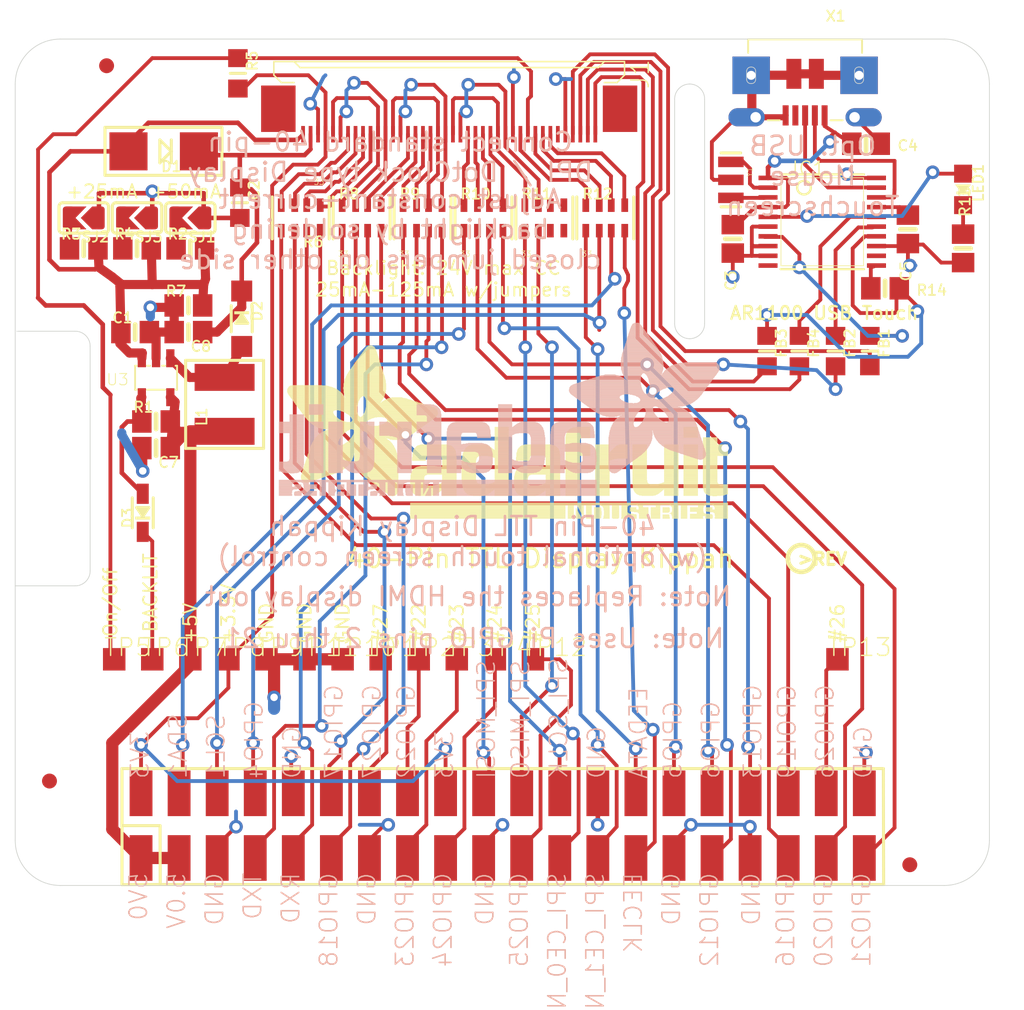
<source format=kicad_pcb>
(kicad_pcb (version 20211014) (generator pcbnew)
  (layers (0 "F.Cu" signal) (31 "B.Cu" signal) (34 "B.Paste" user) (35 "F.Paste" user) (36 "B.SilkS" user "B.Silkscreen") (37 "F.SilkS" user "F.Silkscreen") (38 "B.Mask" user) (39 "F.Mask" user) (44 "Edge.Cuts" user))
  (net 0 "")
  (net 1 "LEDK")
  (net 2 "GND")
  (net 3 "R2")
  (net 4 "R3")
  (net 5 "R4")
  (net 6 "R5")
  (net 7 "R6")
  (net 8 "R7")
  (net 9 "G2")
  (net 10 "G3")
  (net 11 "G4")
  (net 12 "G5")
  (net 13 "G6")
  (net 14 "G7")
  (net 15 "B2")
  (net 16 "B3")
  (net 17 "B4")
  (net 18 "B5")
  (net 19 "B6")
  (net 20 "B7")
  (net 21 "ON/OFF")
  (net 22 "DE")
  (net 23 "XR")
  (net 24 "YD")
  (net 25 "XL")
  (net 26 "YU")
  (net 27 "HSYNC")
  (net 28 "VSYNC")
  (net 29 "N$5")
  (net 30 "+24V")
  (net 31 "PWM")
  (net 32 "N$1")
  (net 33 "N$2")
  (net 34 "N$3")
  (net 35 "CLK")
  (net 36 "3.3V")
  (net 37 "5.0V")
  (net 38 "GPIO23")
  (net 39 "GPIO24")
  (net 40 "GPIO27")
  (net 41 "GPIO22")
  (net 42 "N$4")
  (net 43 "N$6")
  (net 44 "N$7")
  (net 45 "N$8")
  (net 46 "N$9")
  (net 47 "N$10")
  (net 48 "N$11")
  (net 49 "N$12")
  (net 50 "N$13")
  (net 51 "N$14")
  (net 52 "N$15")
  (net 53 "N$16")
  (net 54 "N$17")
  (net 55 "N$18")
  (net 56 "N$19")
  (net 57 "N$20")
  (net 58 "N$21")
  (net 59 "N$22")
  (net 60 "N$23")
  (net 61 "N$24")
  (net 62 "N$25")
  (net 63 "N$26")
  (net 64 "N$27")
  (net 65 "Y+")
  (net 66 "Y-")
  (net 67 "X+")
  (net 68 "X-")
  (net 69 "D+")
  (net 70 "D-")
  (net 71 "N$28")
  (net 72 "N$29")
  (net 73 "VUSB")
  (net 74 "N$31")
  (net 75 "N$33")
  (net 76 "N$34")
  (net 77 "VBUS")
  (net 78 "GPIO25")
  (net 79 "GPIO26")
  (footprint "boardEagle:0805-NO" (layer "F.Cu") (at 125.3991 104.0586 180)
    (fp_text reference "C7")
    (fp_text value "10uF")
  )
  (footprint "boardEagle:0805-NO" (layer "F.Cu") (at 127.5581 96.3116 180)
    (fp_text reference "C8")
    (fp_text value "1uF")
  )
  (footprint "boardEagle:SOD-323" (layer "F.Cu") (at 124.5101 108.3766 90)
    (fp_text reference "D3")
    (fp_text value "1N4148")
  )
  (footprint "boardEagle:SOLDERJUMPER_ARROW_NOPASTE" (layer "F.Cu") (at 124.1291 88.6916 180)
    (fp_text reference "SJ3")
    (fp_text value "+100mA")
  )
  (footprint "boardEagle:PCBFEAT-REV-040" (layer "F.Cu") (at 168.4521 111.4246)
    (fp_text reference "U$32" hide)
    (fp_text value "" hide)
  )
  (footprint "boardEagle:TSSOP20-5.3MMBODY" (layer "F.Cu") (at 169.8491 88.9456 -90)
    (fp_text reference "IC1")
    (fp_text value "AR1100_SSOP")
  )
  (footprint "boardEagle:_0805MP" (layer "F.Cu") (at 130.9871 87.6756 -90)
    (fp_text reference "C2")
    (fp_text value "1uF")
  )
  (footprint "boardEagle:TP15SQ" (layer "F.Cu") (at 130.2251 118.1556)
    (fp_text reference "TP8")
    (fp_text value "TPTP15SQ")
  )
  (footprint "boardEagle:TP15SQ" (layer "F.Cu") (at 140.3851 118.1556)
    (fp_text reference "TP1")
    (fp_text value "TPTP15SQ")
  )
  (footprint "boardEagle:RESPACK_4X0603" (layer "F.Cu") (at 143.1791 88.6916)
    (fp_text reference "R9")
    (fp_text value "33")
  )
  (footprint "boardEagle:0805-NO" (layer "F.Cu") (at 163.8801 90.0886 -90)
    (fp_text reference "C3")
    (fp_text value "0.1uF")
  )
  (footprint "boardEagle:TP15SQ" (layer "F.Cu") (at 137.8451 118.1556)
    (fp_text reference "TP10")
    (fp_text value "TPTP15SQ")
  )
  (footprint "boardEagle:SOLDERJUMPER_ARROW_NOPASTE" (layer "F.Cu") (at 120.5731 88.6916 180)
    (fp_text reference "SJ2")
    (fp_text value "+25mA")
  )
  (footprint "boardEagle:FIDUCIAL_1MM" (layer "F.Cu") (at 175.6911 131.8716)
    (fp_text reference "FID1" hide)
    (fp_text value "FIDUCIAL\"\"" hide)
  )
  (footprint "boardEagle:0805-NO" (layer "F.Cu") (at 172.7701 83.7386)
    (fp_text reference "C4")
    (fp_text value "10uF")
  )
  (footprint "boardEagle:FIDUCIAL_1MM" (layer "F.Cu") (at 118.2871 126.2836)
    (fp_text reference "FID2" hide)
    (fp_text value "FIDUCIAL\"\"" hide)
  )
  (footprint "boardEagle:_0805MP" (layer "F.Cu") (at 173.0241 97.5816 -90)
    (fp_text reference "FB1")
    (fp_text value "FERRITE")
  )
  (footprint "boardEagle:TP15SQ" (layer "F.Cu") (at 127.6851 118.1556)
    (fp_text reference "TP7")
    (fp_text value "TPTP15SQ")
  )
  (footprint "boardEagle:INDUCTOR_5X5MM_NR5040_NOTHERMALS" (layer "F.Cu") (at 129.9711 101.1376 90)
    (fp_text reference "L1")
    (fp_text value "6.8uH power L CID 2276")
  )
  (footprint "boardEagle:ADAFRUIT_TEXT_30MM" (layer "F.Cu") (at 133.9081 108.7576)
    (fp_text reference "U$30" hide)
    (fp_text value "" hide)
  )
  (footprint "boardEagle:SMADIODE" (layer "F.Cu") (at 125.9071 84.2466 180)
    (fp_text reference "D1")
    (fp_text value "MM3Z24VT1G")
  )
  (footprint "boardEagle:TP15SQ" (layer "F.Cu") (at 148.0051 118.1556)
    (fp_text reference "TP4")
    (fp_text value "TPTP15SQ")
  )
  (footprint "boardEagle:0805-NO" (layer "F.Cu") (at 174.0401 93.3906)
    (fp_text reference "R14")
    (fp_text value "20K")
  )
  (footprint "boardEagle:0805-NO" (layer "F.Cu") (at 127.5581 94.5336)
    (fp_text reference "R7")
    (fp_text value "12Ω")
  )
  (footprint "boardEagle:RESPACK_4X0603" (layer "F.Cu") (at 147.2431 88.6916)
    (fp_text reference "R10")
    (fp_text value "33")
  )
  (footprint "boardEagle:RESONATOR-SMD" (layer "F.Cu") (at 163.7531 86.1516 -90)
    (fp_text reference "Y1")
    (fp_text value "12MHz")
  )
  (footprint "boardEagle:RESPACK_4X0603" (layer "F.Cu") (at 135.0511 88.6916 180)
    (fp_text reference "R6")
    (fp_text value "33")
  )
  (footprint "boardEagle:RESPACK_4X0603" (layer "F.Cu") (at 139.1151 88.6916)
    (fp_text reference "R8")
    (fp_text value "33")
  )
  (footprint "boardEagle:_0805MP" (layer "F.Cu") (at 168.3251 97.5816 -90)
    (fp_text reference "FB4")
    (fp_text value "FERITE")
  )
  (footprint "boardEagle:TP15SQ" (layer "F.Cu") (at 145.4651 118.1556)
    (fp_text reference "TP3")
    (fp_text value "TPTP15SQ")
  )
  (footprint "boardEagle:TP15SQ" (layer "F.Cu") (at 142.9251 118.1556)
    (fp_text reference "TP2")
    (fp_text value "TPTP15SQ")
  )
  (footprint "boardEagle:0805-NO" (layer "F.Cu") (at 120.5731 90.7236)
    (fp_text reference "R3")
    (fp_text value "12Ω")
  )
  (footprint "boardEagle:TP15SQ" (layer "F.Cu") (at 125.1451 118.1556)
    (fp_text reference "TP6")
    (fp_text value "TPTP15SQ")
  )
  (footprint "boardEagle:0805-NO" (layer "F.Cu") (at 127.6851 90.7236)
    (fp_text reference "R2")
    (fp_text value "6Ω")
  )
  (footprint "boardEagle:SOD-123" (layer "F.Cu") (at 131.1141 95.4226 -90)
    (fp_text reference "D2")
    (fp_text value "MBR0540")
  )
  (footprint "boardEagle:0805-NO" (layer "F.Cu") (at 125.3991 102.2806)
    (fp_text reference "R1")
    (fp_text value "20K")
  )
  (footprint "boardEagle:TP15SQ" (layer "F.Cu") (at 122.6051 118.1556)
    (fp_text reference "TP5")
    (fp_text value "TPTP15SQ")
  )
  (footprint "boardEagle:_0805MP" (layer "F.Cu") (at 130.8601 79.0396 -90)
    (fp_text reference "R5")
    (fp_text value "20K")
  )
  (footprint "boardEagle:SOLDERJUMPER_ARROW_NOPASTE" (layer "F.Cu") (at 127.6851 88.6916 180)
    (fp_text reference "SJ1")
    (fp_text value "+50mA")
  )
  (footprint "boardEagle:RESPACK_4X0603" (layer "F.Cu") (at 151.3071 88.6916)
    (fp_text reference "R11")
    (fp_text value "33")
  )
  (footprint "boardEagle:4UCONN_20329" (layer "F.Cu") (at 168.7061 81.0716 180)
    (fp_text reference "X1")
    (fp_text value "MicroUSB")
    (fp_line (start -3.3 1.6) (end -3.3 2.2) (layer "Edge.Cuts") (width 0.05))
    (fp_line (start -3.9 2.2) (end -3.9 1.6) (layer "Edge.Cuts") (width 0.05))
    (fp_line (start 3.3 2.2) (end 3.3 1.6) (layer "Edge.Cuts") (width 0.05))
    (fp_line (start 3.9 1.6) (end 3.9 2.2) (layer "Edge.Cuts") (width 0.05))
    (fp_arc (start 3.9 2.2) (mid 3.801777 2.387132) (end 3.6 2.45) (layer "Edge.Cuts") (width 0.05))
    (fp_arc (start 3.3 1.6) (mid 3.398223 1.412868) (end 3.6 1.35) (layer "Edge.Cuts") (width 0.05))
    (fp_arc (start -3.9 1.6) (mid -3.801777 1.412868) (end -3.6 1.35) (layer "Edge.Cuts") (width 0.05))
    (fp_arc (start -3.6 2.45) (mid -3.801777 2.387132) (end -3.9 2.2) (layer "Edge.Cuts") (width 0.05))
    (fp_arc (start -3.6 1.35) (mid -3.398223 1.412868) (end -3.3 1.6) (layer "Edge.Cuts") (width 0.05))
    (fp_arc (start 3.6 2.45) (mid 3.398223 2.387132) (end 3.3 2.2) (layer "Edge.Cuts") (width 0.05))
    (fp_arc (start 3.6 1.35) (mid 3.801777 1.412868) (end 3.9 1.6) (layer "Edge.Cuts") (width 0.05))
    (fp_arc (start -3.3 2.2) (mid -3.398223 2.387132) (end -3.6 2.45) (layer "Edge.Cuts") (width 0.05))
  )
  (footprint "boardEagle:0805-NO" (layer "F.Cu") (at 179.2471 90.7236 90)
    (fp_text reference "R13")
    (fp_text value "470")
  )
  (footprint "boardEagle:SOT23-5@1" (layer "F.Cu") (at 125.3991 99.3596 180)
    (fp_text reference "U3")
    (fp_text value "FAN5333BSX")
  )
  (footprint "boardEagle:0805-NO" (layer "F.Cu") (at 124.1291 90.7236)
    (fp_text reference "R4")
    (fp_text value "12Ω")
  )
  (footprint "boardEagle:TP15SQ" (layer "F.Cu") (at 150.5451 118.1556)
    (fp_text reference "TP12")
    (fp_text value "TPTP15SQ")
  )
  (footprint "boardEagle:_0805MP" (layer "F.Cu") (at 170.7381 97.5816 -90)
    (fp_text reference "FB2")
    (fp_text value "FERRITE")
  )
  (footprint "boardEagle:RESPACK_4X0603" (layer "F.Cu") (at 155.3711 88.6916)
    (fp_text reference "R12")
    (fp_text value "33")
  )
  (footprint "boardEagle:TP15SQ" (layer "F.Cu") (at 132.7651 118.1556)
    (fp_text reference "TP9")
    (fp_text value "TPTP15SQ")
  )
  (footprint "boardEagle:TP15SQ" (layer "F.Cu") (at 135.3051 118.1556)
    (fp_text reference "TP11")
    (fp_text value "TPTP15SQ")
  )
  (footprint "boardEagle:0805-NO" (layer "F.Cu") (at 124.0021 96.3116)
    (fp_text reference "C1")
    (fp_text value "0.1uF")
  )
  (footprint "boardEagle:CHIPLED_0805_NOOUTLINE" (layer "F.Cu") (at 179.2471 86.7866 180)
    (fp_text reference "LED1")
    (fp_text value "RED")
  )
  (footprint "boardEagle:TP15SQ" (layer "F.Cu") (at 170.8651 118.1556)
    (fp_text reference "TP13")
    (fp_text value "TPTP15SQ")
  )
  (footprint "boardEagle:FIDUCIAL_1MM" (layer "F.Cu") (at 122.0971 78.5316)
    (fp_text reference "FID3" hide)
    (fp_text value "FIDUCIAL\"\"" hide)
  )
  (footprint "boardEagle:4-1734839-0" (layer "F.Cu") (at 144.9571 80.5636)
    (fp_text reference "J1")
    (fp_text value "40PINFPCM4-1734839-0")
  )
  (footprint "boardEagle:_0805MP" (layer "F.Cu") (at 166.1661 97.5816 -90)
    (fp_text reference "FB3")
    (fp_text value "Ferrite")
  )
  (footprint "boardEagle:0805-NO" (layer "F.Cu") (at 175.5641 89.4536 -90)
    (fp_text reference "C5")
    (fp_text value "10uF")
  )
  (footprint "boardEagle:PI_HAT_SMT_SLOTS" (layer "B.Cu") (at 116.0011 76.7536)
    (fp_text reference "RPI1" hide)
    (fp_text value "RASPBERRYPI_BPLUS-SMT+SLOTS" hide)
    (fp_line (start 46 19) (end 46 4) (layer "Edge.Cuts") (width 0.05))
    (fp_line (start 4 36.5) (end 0 36.5) (layer "Edge.Cuts") (width 0.05))
    (fp_line (start 62 56.5) (end 3 56.5) (layer "Edge.Cuts") (width 0.05))
    (fp_line (start 0.1 19.5) (end 4 19.5) (layer "Edge.Cuts") (width 0.05))
    (fp_line (start 3 0) (end 62 0) (layer "Edge.Cuts") (width 0.05))
    (fp_line (start 0 53.5) (end 0 3) (layer "Edge.Cuts") (width 0.05))
    (fp_line (start 65 3) (end 65 53.5) (layer "Edge.Cuts") (width 0.05))
    (fp_line (start 44 4) (end 44 19) (layer "Edge.Cuts") (width 0.05))
    (fp_line (start 5 20.5) (end 5 35.5) (layer "Edge.Cuts") (width 0.05))
    (fp_arc (start 46 19) (mid 45.707107 19.707107) (end 45 20) (layer "Edge.Cuts") (width 0.05))
    (fp_arc (start 44 4) (mid 44.292893 3.292893) (end 45 3) (layer "Edge.Cuts") (width 0.05))
    (fp_arc (start 62 0) (mid 64.12132 0.87868) (end 65 3) (layer "Edge.Cuts") (width 0.05))
    (fp_arc (start 45 20) (mid 44.292893 19.707107) (end 44 19) (layer "Edge.Cuts") (width 0.05))
    (fp_arc (start 65 53.5) (mid 64.12132 55.62132) (end 62 56.5) (layer "Edge.Cuts") (width 0.05))
    (fp_arc (start 5 35.5) (mid 4.707107 36.207107) (end 4 36.5) (layer "Edge.Cuts") (width 0.05))
    (fp_arc (start 0 3) (mid 0.87868 0.87868) (end 3 0) (layer "Edge.Cuts") (width 0.05))
    (fp_arc (start 3 56.5) (mid 0.87868 55.62132) (end 0 53.5) (layer "Edge.Cuts") (width 0.05))
    (fp_arc (start 45 3) (mid 45.707107 3.292893) (end 46 4) (layer "Edge.Cuts") (width 0.05))
    (fp_arc (start 4 19.5) (mid 4.707107 19.792893) (end 5 20.5) (layer "Edge.Cuts") (width 0.05))
  )
  (footprint "boardEagle:ADAFRUIT_TEXT_30MM" (layer "B.Cu") (at 163.2451 107.2336 180)
    (fp_text reference "U$31" hide)
    (fp_text value "" hide)
  )
  (gr_text "Note: Replaces the HDMI display out" (at 146.2271 113.9646) (layer "B.SilkS") (effects (font (size 1.251712 1.251712) (thickness 0.170688)) (justify mirror)))
  (gr_text "Note: Uses Pi GPIO pins 2 thru 21" (at 146.6081 116.7586) (layer "B.SilkS") (effects (font (size 1.251712 1.251712) (thickness 0.170688)) (justify mirror)))
  (gr_text "Opt. USB\nMouse\nTouchscreen" (at 169.2141 85.8976) (layer "B.SilkS") (effects (font (size 1.251712 1.251712) (thickness 0.170688)) (justify mirror)))
  (gr_text "Adjust constant-current\nbacklight by soldering\nclosed jumpers on other side" (at 141.0201 89.4536) (layer "B.SilkS") (effects (font (size 1.251712 1.251712) (thickness 0.170688)) (justify mirror)))
  (gr_text "40-Pin TTL Display Kippah\n(w/optional touch screen control)" (at 145.8461 110.2816) (layer "B.SilkS") (effects (font (size 1.251712 1.251712) (thickness 0.170688)) (justify mirror)))
  (gr_text "Connect standard 40-pin\nDPI / DotClock type Display\n" (at 141.0201 84.6276) (layer "B.SilkS") (effects (font (size 1.251712 1.251712) (thickness 0.170688)) (justify mirror)))
  (gr_text "40-Pin TTL Display Kippah" (at 151.0531 111.4246) (layer "F.SilkS") (effects (font (size 1.251712 1.251712) (thickness 0.170688))))
  (gr_text "AR1100 USB Touch" (at 169.9761 95.0416) (layer "F.SilkS") (effects (font (size 0.8636 0.8636) (thickness 0.1524))))
  (gr_text "GND" (at 132.7651 115.7426 90) (layer "F.SilkS") (effects (font (size 0.89408 0.89408) (thickness 0.12192))))
  (gr_text "+50mA" (at 129.8441 86.4056) (layer "F.SilkS") (effects (font (size 0.89408 0.89408) (thickness 0.12192)) (justify right top)))
  (gr_text "On/Off" (at 122.3511 114.3456 90) (layer "F.SilkS") (effects (font (size 0.89408 0.89408) (thickness 0.12192))))
  (gr_text "#26" (at 170.8651 115.7426 90) (layer "F.SilkS") (effects (font (size 0.89408 0.89408) (thickness 0.12192))))
  (gr_text "#25" (at 150.5451 115.7426 90) (layer "F.SilkS") (effects (font (size 0.89408 0.89408) (thickness 0.12192))))
  (gr_text "BACKLIT" (at 125.0181 113.7106 90) (layer "F.SilkS") (effects (font (size 0.89408 0.89408) (thickness 0.12192))))
  (gr_text "#23" (at 145.4651 115.7426 90) (layer "F.SilkS") (effects (font (size 0.89408 0.89408) (thickness 0.12192))))
  (gr_text "+25mA" (at 124.2561 86.4056) (layer "F.SilkS") (effects (font (size 0.89408 0.89408) (thickness 0.12192)) (justify right top)))
  (gr_text "+5V" (at 127.6851 115.7426 90) (layer "F.SilkS") (effects (font (size 0.89408 0.89408) (thickness 0.12192))))
  (gr_text "#27" (at 140.3851 115.7426 90) (layer "F.SilkS") (effects (font (size 0.89408 0.89408) (thickness 0.12192))))
  (gr_text "GND" (at 135.3051 115.7426 90) (layer "F.SilkS") (effects (font (size 0.89408 0.89408) (thickness 0.12192))))
  (gr_text "#22" (at 142.9251 115.7426 90) (layer "F.SilkS") (effects (font (size 0.89408 0.89408) (thickness 0.12192))))
  (gr_text "#24" (at 148.0051 115.7426 90) (layer "F.SilkS") (effects (font (size 0.89408 0.89408) (thickness 0.12192))))
  (gr_text "+3.3V" (at 130.2251 115.1076 90) (layer "F.SilkS") (effects (font (size 0.89408 0.89408) (thickness 0.12192))))
  (gr_text "Backlight: 24V max CC\n25mA-125mA w/jumpers" (at 144.5761 92.7556) (layer "F.SilkS") (effects (font (size 0.89408 0.89408) (thickness 0.12192))))
  (gr_text "GND" (at 137.8451 115.7426 90) (layer "F.SilkS") (effects (font (size 0.89408 0.89408) (thickness 0.12192))))
  (segment (start 128.5081 94.5336) (end 128.5741 93.1366) (width 0.6096) (layer "F.Cu") (net 1))
  (segment (start 134.8261 83.4846) (end 132.0031 83.4846) (width 0.3048) (layer "F.Cu") (net 1))
  (segment (start 118.9221 92.1206) (end 121.3351 92.1206) (width 0.3048) (layer "F.Cu") (net 1))
  (segment (start 128.5741 93.1366) (end 128.7011 92.7556) (width 0.6096) (layer "F.Cu") (net 1))
  (segment (start 123.5576 84.2466) (end 119.6841 84.2466) (width 0.3048) (layer "F.Cu") (net 1))
  (segment (start 118.2871 91.4856) (end 118.9221 92.1206) (width 0.3048) (layer "F.Cu") (net 1))
  (segment (start 124.4491 98.0595) (end 124.4792 97.7086) (width 0.6096) (layer "F.Cu") (net 1))
  (segment (start 132.0031 83.4846) (end 130.8601 82.3416) (width 0.3048) (layer "F.Cu") (net 1))
  (segment (start 135.2071 83.1036) (end 134.8261 83.4846) (width 0.254) (layer "F.Cu") (net 1))
  (segment (start 125.1451 93.1366) (end 123.1131 93.1366) (width 0.6096) (layer "F.Cu") (net 1))
  (segment (start 128.7011 92.7556) (end 128.6351 90.7236) (width 0.6096) (layer "F.Cu") (net 1))
  (segment (start 118.2871 85.6436) (end 118.2871 91.4856) (width 0.3048) (layer "F.Cu") (net 1))
  (segment (start 119.6841 84.2466) (end 118.2871 85.6436) (width 0.3048) (layer "F.Cu") (net 1))
  (segment (start 122.4781 92.6286) (end 121.5891 91.9936) (width 0.6096) (layer "F.Cu") (net 1))
  (segment (start 123.1131 93.1366) (end 122.4781 92.6286) (width 0.6096) (layer "F.Cu") (net 1))
  (segment (start 124.4792 97.7086) (end 123.6211 97.7086) (width 0.6096) (layer "F.Cu") (net 1))
  (segment (start 124.8911 82.3416) (end 123.6211 83.6116) (width 0.3048) (layer "F.Cu") (net 1))
  (segment (start 125.0791 90.7236) (end 125.1451 93.1366) (width 0.6096) (layer "F.Cu") (net 1))
  (segment (start 123.6211 83.6116) (end 123.6211 84.1831) (width 0.3048) (layer "F.Cu") (net 1))
  (segment (start 123.1131 93.1366) (end 122.9861 93.2636) (width 0.6096) (layer "F.Cu") (net 1))
  (segment (start 121.5891 91.9936) (end 121.5231 90.7236) (width 0.6096) (layer "F.Cu") (net 1))
  (segment (start 128.5741 93.1366) (end 125.1451 93.1366) (width 0.6096) (layer "F.Cu") (net 1))
  (segment (start 122.9861 97.0736) (end 123.0521 96.3116) (width 0.6096) (layer "F.Cu") (net 1))
  (segment (start 121.3351 92.1206) (end 121.5891 91.9936) (width 0.3048) (layer "F.Cu") (net 1))
  (segment (start 123.6211 97.7086) (end 122.9861 97.0736) (width 0.6096) (layer "F.Cu") (net 1))
  (segment (start 130.8601 82.3416) (end 124.8911 82.3416) (width 0.3048) (layer "F.Cu") (net 1))
  (segment (start 122.9861 93.2636) (end 123.0521 96.3116) (width 0.6096) (layer "F.Cu") (net 1))
  (segment (start 123.6211 84.1831) (end 123.5576 84.2466) (width 0.3048) (layer "F.Cu") (net 1))
  (segment (start 159.9561 130.3346) (end 161.0861 129.2046) (width 0.254) (layer "F.Cu") (net 2))
  (segment (start 133.2731 118.1556) (end 133.2731 120.6956) (width 0.8128) (layer "F.Cu") (net 2))
  (segment (start 154.8761 127.1026) (end 154.8761 129.0646) (width 0.3048) (layer "F.Cu") (net 2))
  (segment (start 147.1161 130.2206) (end 147.1161 131.2806) (width 0.254) (layer "F.Cu") (net 2))
  (segment (start 147.1161 131.2806) (end 147.2561 131.4206) (width 0.254) (layer "F.Cu") (net 2))
  (segment (start 125.3991 98.0595) (end 125.3991 96.3116) (width 0.6096) (layer "F.Cu") (net 2))
  (segment (start 129.4761 130.5886) (end 129.4761 131.4206) (width 0.254) (layer "F.Cu") (net 2))
  (segment (start 139.6361 130.2076) (end 140.6391 129.2046) (width 0.254) (layer "F.Cu") (net 2))
  (segment (start 139.6361 131.4206) (end 139.6361 130.2076) (width 0.254) (layer "F.Cu") (net 2))
  (segment (start 130.7331 129.3316) (end 129.4761 130.5886) (width 0.254) (layer "F.Cu") (net 2))
  (segment (start 171.7501 86.0206) (end 171.5001 85.7706) (width 0.254) (layer "F.Cu") (net 2))
  (segment (start 133.2731 118.1556) (end 135.3051 118.1556) (width 0.8128) (layer "F.Cu") (net 2))
  (segment (start 125.1451 87.0406) (end 128.5741 87.0406) (width 0.3048) (layer "F.Cu") (net 2))
  (segment (start 166.2313 91.2206) (end 165.1501 91.2206) (width 0.254) (layer "F.Cu") (net 2))
  (segment (start 132.7651 118.1556) (end 133.2731 118.1556) (width 0.8128) (layer "F.Cu") (net 2))
  (segment (start 165.1501 81.7156) (end 165.1501 79.1666) (width 0.6096) (layer "F.Cu") (net 2))
  (segment (start 128.7011 88.6916) (end 130.9871 88.6916) (width 0.3048) (layer "F.Cu") (net 2))
  (segment (start 167.2811 81.9716) (end 165.4061 81.9716) (width 0.4064) (layer "F.Cu") (net 2))
  (segment (start 173.4669 90.5706) (end 175.3971 90.5706) (width 0.254) (layer "F.Cu") (net 2))
  (segment (start 167.4061 81.8466) (end 167.2811 81.9716) (width 0.4064) (layer "F.Cu") (net 2))
  (segment (start 166.2313 90.5706) (end 165.1501 90.5706) (width 0.254) (layer "F.Cu") (net 2))
  (segment (start 124.5101 103.8046) (end 124.5101 105.5826) (width 0.6096) (layer "F.Cu") (net 2))
  (segment (start 177.7841 91.6736) (end 176.5801 90.4696) (width 0.254) (layer "F.Cu") (net 2))
  (segment (start 126.6081 94.5336) (end 126.4151 94.6606) (width 0.6096) (layer "F.Cu") (net 2))
  (segment (start 165.0231 79.1666) (end 165.1501 79.1666) (width 0.6096) (layer "F.Cu") (net 2))
  (segment (start 121.5891 87.0406) (end 125.1451 87.0406) (width 0.3048) (layer "F.Cu") (net 2))
  (segment (start 152.7071 83.1036) (end 152.7071 79.4206) (width 0.254) (layer "F.Cu") (net 2))
  (segment (start 124.4491 104.0586) (end 124.5101 103.8046) (width 0.6096) (layer "F.Cu") (net 2))
  (segment (start 175.3971 90.5706) (end 175.5641 90.4036) (width 0.254) (layer "F.Cu") (net 2))
  (segment (start 124.9521 96.3116) (end 125.3991 96.3116) (width 0.6096) (layer "F.Cu") (net 2))
  (segment (start 152.7071 79.4206) (end 152.0691 79.4206) (width 0.254) (layer "F.Cu") (net 2))
  (segment (start 140.6391 129.2046) (end 140.8931 129.2046) (width 0.254) (layer "F.Cu") (net 2))
  (segment (start 125.1451 88.6916) (end 125.1451 87.0406) (width 0.3048) (layer "F.Cu") (net 2))
  (segment (start 175.5641 91.4856) (end 175.6911 91.8666) (width 0.254) (layer "F.Cu") (net 2))
  (segment (start 165.1501 90.4696) (end 165.2771 90.5966) (width 0.254) (layer "F.Cu") (net 2))
  (segment (start 134.5561 127.1026) (end 134.4161 126.9626) (width 0.254) (layer "F.Cu") (net 2))
  (segment (start 173.7201 83.7386) (end 173.0851 83.0506) (width 0.254) (layer "F.Cu") (net 2))
  (segment (start 162.6101 86.1516) (end 162.4831 86.0246) (width 0.254) (layer "F.Cu") (net 2))
  (segment (start 162.4831 86.0246) (end 162.4831 83.6116) (width 0.254) (layer "F.Cu") (net 2))
  (segment (start 121.5891 88.6916) (end 121.5891 87.0406) (width 0.3048) (layer "F.Cu") (net 2))
  (segment (start 167.9561 79.0716) (end 169.4561 79.0716) (width 0.6096) (layer "F.Cu") (net 2))
  (segment (start 154.8761 129.0646) (end 154.8631 129.2046) (width 0.3048) (layer "F.Cu") (net 2))
  (segment (start 172.6561 127.1026) (end 172.6561 124.4926) (width 0.254) (layer "F.Cu") (net 2))
  (segment (start 165.2061 89.2706) (end 165.1501 89.3266) (width 0.254) (layer "F.Cu") (net 2))
  (segment (start 163.7531 86.1516) (end 162.6101 86.1516) (width 0.254) (layer "F.Cu") (net 2))
  (segment (start 136.2071 81.4396) (end 135.6861 81.0716) (width 0.254) (layer "F.Cu") (net 2))
  (segment (start 165.0231 129.3316) (end 165.0231 131.4076) (width 0.3048) (layer "F.Cu") (net 2))
  (segment (start 147.4971 130.2206) (end 148.5131 129.2046) (width 0.254) (layer "F.Cu") (net 2))
  (segment (start 167.9561 79.0716) (end 167.8611 79.1666) (width 0.6096) (layer "F.Cu") (net 2))
  (segment (start 126.4151 94.6606) (end 125.0181 94.6606) (width 0.6096) (layer "F.Cu") (net 2))
  (segment (start 128.5741 88.6916) (end 128.7011 88.6916) (width 0.3048) (layer "F.Cu") (net 2))
  (segment (start 136.2071 83.1036) (end 136.2071 81.4396) (width 0.254) (layer "F.Cu") (net 2))
  (segment (start 163.8801 91.0386) (end 163.8801 92.6286) (width 0.254) (layer "F.Cu") (net 2))
  (segment (start 149.2071 79.3526) (end 149.2751 79.2936) (width 0.254) (layer "F.Cu") (net 2))
  (segment (start 162.4831 83.6116) (end 164.1231 81.9716) (width 0.254) (layer "F.Cu") (net 2))
  (segment (start 149.2071 83.1036) (end 149.2071 79.3526) (width 0.254) (layer "F.Cu") (net 2))
  (segment (start 167.8611 79.1666) (end 165.1501 79.1666) (width 0.6096) (layer "F.Cu") (net 2))
  (segment (start 126.6081 96.3116) (end 126.6081 94.5336) (width 0.6096) (layer "F.Cu") (net 2))
  (segment (start 165.1501 91.2206) (end 164.0621 91.2206) (width 0.254) (layer "F.Cu") (net 2))
  (segment (start 165.0231 131.4076) (end 165.0361 131.4206) (width 0.3048) (layer "F.Cu") (net 2))
  (segment (start 164.0621 91.2206) (end 163.8801 91.0386) (width 0.254) (layer "F.Cu") (net 2))
  (segment (start 128.5741 87.0406) (end 128.5741 88.6916) (width 0.3048) (layer "F.Cu") (net 2))
  (segment (start 173.0851 83.0506) (end 172.0061 81.9716) (width 0.254) (layer "F.Cu") (net 2))
  (segment (start 165.1501 90.5706) (end 165.1501 91.2206) (width 0.254) (layer "F.Cu") (net 2))
  (segment (start 169.4561 79.0716) (end 169.5561 79.1716) (width 0.6096) (layer "F.Cu") (net 2))
  (segment (start 173.4669 86.0206) (end 171.7501 86.0206) (width 0.254) (layer "F.Cu") (net 2))
  (segment (start 179.2471 91.6736) (end 177.7841 91.6736) (width 0.254) (layer "F.Cu") (net 2))
  (segment (start 159.9561 131.4206) (end 159.9561 130.3346) (width 0.254) (layer "F.Cu") (net 2))
  (segment (start 175.6301 90.4696) (end 175.5641 90.4036) (width 0.254) (layer "F.Cu") (net 2))
  (segment (start 169.5561 79.1716) (end 172.3061 79.1716) (width 0.6096) (layer "F.Cu") (net 2))
  (segment (start 164.1231 81.9716) (end 165.4061 81.9716) (width 0.254) (layer "F.Cu") (net 2))
  (segment (start 147.1161 130.2206) (end 147.4971 130.2206) (width 0.254) (layer "F.Cu") (net 2))
  (segment (start 172.6561 124.4926) (end 172.7701 124.3786) (width 0.254) (layer "F.Cu") (net 2))
  (segment (start 135.3051 118.1556) (end 137.8451 118.1556) (width 0.8128) (layer "F.Cu") (net 2))
  (segment (start 165.2771 90.5966) (end 166.2053 90.5966) (width 0.254) (layer "F.Cu") (net 2))
  (segment (start 176.5801 90.4696) (end 175.6301 90.4696) (width 0.254) (layer "F.Cu") (net 2))
  (segment (start 175.5641 90.4036) (end 175.5641 91.4856) (width 0.254) (layer "F.Cu") (net 2))
  (segment (start 134.4161 126.9626) (end 134.4161 124.6326) (width 0.254) (layer "F.Cu") (net 2))
  (segment (start 125.3991 96.3116) (end 126.6081 96.3116) (width 0.6096) (layer "F.Cu") (net 2))
  (segment (start 165.4061 81.9716) (end 165.1501 81.7156) (width 0.6096) (layer "F.Cu") (net 2))
  (segment (start 166.2053 90.5966) (end 166.2313 90.5706) (width 0.254) (layer "F.Cu") (net 2))
  (segment (start 166.2313 89.2706) (end 165.2061 89.2706) (width 0.254) (layer "F.Cu") (net 2))
  (segment (start 165.1501 89.3266) (end 165.1501 90.4696) (width 0.254) (layer "F.Cu") (net 2))
  (segment (start 125.1451 87.0406) (end 125.1451 86.9136) (width 0.3048) (layer "F.Cu") (net 2))
  (via (at 125.1451 86.9136) (size 0.9064) (drill 0.5) (layers "F.Cu" "B.Cu") (net 2))
  (via (at 149.2751 79.2936) (size 0.9064) (drill 0.5) (layers "F.Cu" "B.Cu") (net 2))
  (via (at 154.8631 129.2046) (size 0.9064) (drill 0.5) (layers "F.Cu" "B.Cu") (net 2))
  (via (at 148.5131 129.2046) (size 0.9064) (drill 0.5) (layers "F.Cu" "B.Cu") (net 2))
  (via (at 152.0691 79.4206) (size 0.9064) (drill 0.5) (layers "F.Cu" "B.Cu") (net 2))
  (via (at 133.2731 120.6956) (size 0.9064) (drill 0.5) (layers "F.Cu" "B.Cu") (net 2))
  (via (at 161.0861 129.2046) (size 0.9064) (drill 0.5) (layers "F.Cu" "B.Cu") (net 2))
  (via (at 163.8801 92.6286) (size 0.9064) (drill 0.5) (layers "F.Cu" "B.Cu") (net 2))
  (via (at 130.7331 129.3316) (size 0.9064) (drill 0.5) (layers "F.Cu" "B.Cu") (net 2))
  (via (at 172.7701 124.3786) (size 0.9064) (drill 0.5) (layers "F.Cu" "B.Cu") (net 2))
  (via (at 165.0231 129.3316) (size 0.9064) (drill 0.5) (layers "F.Cu" "B.Cu") (net 2))
  (via (at 134.4161 124.6326) (size 0.9064) (drill 0.5) (layers "F.Cu" "B.Cu") (net 2))
  (via (at 125.0181 94.6606) (size 0.9064) (drill 0.5) (layers "F.Cu" "B.Cu") (net 2))
  (via (at 140.8931 129.2046) (size 0.9064) (drill 0.5) (layers "F.Cu" "B.Cu") (net 2))
  (via (at 135.6861 81.0716) (size 0.9064) (drill 0.5) (layers "F.Cu" "B.Cu") (net 2))
  (via (at 171.5001 85.7706) (size 0.9064) (drill 0.5) (layers "F.Cu" "B.Cu") (net 2))
  (via (at 124.5101 105.5826) (size 0.9064) (drill 0.5) (layers "F.Cu" "B.Cu") (net 2))
  (via (at 175.6911 91.8666) (size 0.9064) (drill 0.5) (layers "F.Cu" "B.Cu") (net 2))
  (segment (start 171.5001 85.7706) (end 171.2461 85.7706) (width 0.254) (layer "B.Cu") (net 2))
  (segment (start 135.6861 81.0716) (end 136.5751 79.2936) (width 0.254) (layer "B.Cu") (net 2))
  (segment (start 163.8801 92.6286) (end 163.8801 92.8826) (width 0.254) (layer "B.Cu") (net 2))
  (segment (start 125.0181 94.6606) (end 125.0181 95.2956) (width 0.6096) (layer "B.Cu") (net 2))
  (segment (start 149.2751 79.2936) (end 149.2751 78.7856) (width 0.254) (layer "B.Cu") (net 2))
  (segment (start 152.0691 79.4206) (end 153.0851 79.4206) (width 0.254) (layer "B.Cu") (net 2))
  (segment (start 123.1131 103.1696) (end 123.1131 103.0426) (width 0.6096) (layer "B.Cu") (net 2))
  (segment (start 172.7701 124.3786) (end 172.7701 123.9976) (width 0.254) (layer "B.Cu") (net 2))
  (segment (start 175.6911 91.8666) (end 176.0721 91.8666) (width 0.254) (layer "B.Cu") (net 2))
  (segment (start 133.2731 120.6956) (end 133.2731 121.4576) (width 0.8128) (layer "B.Cu") (net 2))
  (segment (start 161.0861 129.2046) (end 165.0231 129.2046) (width 0.254) (layer "B.Cu") (net 2))
  (segment (start 130.7331 128.3156) (end 130.7331 129.3316) (width 0.254) (layer "B.Cu") (net 2))
  (segment (start 136.5751 79.2936) (end 136.7021 79.1666) (width 0.254) (layer "B.Cu") (net 2))
  (segment (start 124.5101 105.5826) (end 123.1131 103.1696) (width 0.6096) (layer "B.Cu") (net 2))
  (segment (start 171.2461 85.7706) (end 171.1191 85.6436) (width 0.254) (layer "B.Cu") (net 2))
  (segment (start 140.8931 129.2046) (end 138.9881 129.2046) (width 0.254) (layer "B.Cu") (net 2))
  (segment (start 133.7511 105.4256) (end 138.7341 110.5356) (width 0.254) (layer "F.Cu") (net 3))
  (segment (start 162.6101 110.5356) (end 166.2931 114.0916) (width 0.254) (layer "F.Cu") (net 3))
  (segment (start 166.2931 114.0916) (end 166.2931 129.4586) (width 0.254) (layer "F.Cu") (net 3))
  (segment (start 138.7341 110.5356) (end 162.6101 110.5356) (width 0.254) (layer "F.Cu") (net 3))
  (segment (start 167.5761 130.7416) (end 167.5761 131.4206) (width 0.254) (layer "F.Cu") (net 3))
  (segment (start 133.7511 89.5416) (end 133.7511 105.4256) (width 0.254) (layer "F.Cu") (net 3))
  (segment (start 166.2931 129.4586) (end 167.5761 130.7416) (width 0.254) (layer "F.Cu") (net 3))
  (segment (start 137.7181 124.5056) (end 136.9561 125.2676) (width 0.254) (layer "F.Cu") (net 4))
  (segment (start 137.7181 123.6166) (end 137.7181 124.5056) (width 0.254) (layer "F.Cu") (net 4))
  (segment (start 136.9561 126.9626) (end 137.0961 127.1026) (width 0.254) (layer "F.Cu") (net 4))
  (segment (start 139.2421 109.6466) (end 140.6391 109.6466) (width 0.254) (layer "F.Cu") (net 4))
  (segment (start 136.9561 125.2676) (end 136.9561 126.9626) (width 0.254) (layer "F.Cu") (net 4))
  (segment (start 134.6511 89.5416) (end 134.6511 105.0556) (width 0.254) (layer "F.Cu") (net 4))
  (segment (start 134.6511 105.0556) (end 139.2421 109.6466) (width 0.254) (layer "F.Cu") (net 4))
  (via (at 140.6391 109.6466) (size 0.9064) (drill 0.5) (layers "F.Cu" "B.Cu") (net 4))
  (via (at 137.7181 123.6166) (size 0.9064) (drill 0.5) (layers "F.Cu" "B.Cu") (net 4))
  (segment (start 140.6391 120.6956) (end 137.7181 123.6166) (width 0.254) (layer "B.Cu") (net 4))
  (segment (start 140.6391 109.6466) (end 140.6391 120.6956) (width 0.254) (layer "B.Cu") (net 4))
  (segment (start 139.7501 108.7576) (end 141.9091 108.7576) (width 0.254) (layer "F.Cu") (net 5))
  (segment (start 138.3531 125.0136) (end 138.3531 129.3316) (width 0.254) (layer "F.Cu") (net 5))
  (segment (start 137.0961 130.5886) (end 137.0961 131.4206) (width 0.254) (layer "F.Cu") (net 5))
  (segment (start 138.3531 129.3316) (end 137.0961 130.5886) (width 0.254) (layer "F.Cu") (net 5))
  (segment (start 139.2421 124.1246) (end 138.3531 125.0136) (width 0.254) (layer "F.Cu") (net 5))
  (segment (start 135.4511 89.5416) (end 135.4511 104.4586) (width 0.254) (layer "F.Cu") (net 5))
  (segment (start 135.4511 104.4586) (end 139.7501 108.7576) (width 0.254) (layer "F.Cu") (net 5))
  (via (at 139.2421 124.1246) (size 0.9064) (drill 0.5) (layers "F.Cu" "B.Cu") (net 5))
  (via (at 141.9091 108.7576) (size 0.9064) (drill 0.5) (layers "F.Cu" "B.Cu") (net 5))
  (segment (start 141.9091 108.7576) (end 141.9091 121.4576) (width 0.254) (layer "B.Cu") (net 5))
  (segment (start 141.9091 121.4576) (end 139.2421 124.1246) (width 0.254) (layer "B.Cu") (net 5))
  (segment (start 163.8801 107.7416) (end 167.5761 111.4376) (width 0.254) (layer "F.Cu") (net 6))
  (segment (start 141.1471 107.7416) (end 163.8801 107.7416) (width 0.254) (layer "F.Cu") (net 6))
  (segment (start 136.3511 102.9456) (end 141.1471 107.7416) (width 0.254) (layer "F.Cu") (net 6))
  (segment (start 167.5761 111.4376) (end 167.5761 127.1026) (width 0.254) (layer "F.Cu") (net 6))
  (segment (start 136.3511 89.5416) (end 136.3511 102.9456) (width 0.254) (layer "F.Cu") (net 6))
  (segment (start 172.5161 121.4576) (end 171.3731 122.6006) (width 0.254) (layer "F.Cu") (net 7))
  (segment (start 137.8151 89.5416) (end 137.8151 103.0126) (width 0.254) (layer "F.Cu") (net 7))
  (segment (start 172.5161 113.2026) (end 172.5161 121.4576) (width 0.254) (layer "F.Cu") (net 7))
  (segment (start 171.3731 122.6006) (end 171.3731 129.3316) (width 0.254) (layer "F.Cu") (net 7))
  (segment (start 165.9121 106.5986) (end 172.5161 113.2026) (width 0.254) (layer "F.Cu") (net 7))
  (segment (start 141.4011 106.5986) (end 165.9121 106.5986) (width 0.254) (layer "F.Cu") (net 7))
  (segment (start 171.3731 129.3316) (end 170.1161 130.5886) (width 0.254) (layer "F.Cu") (net 7))
  (segment (start 170.1161 130.5886) (end 170.1161 131.4206) (width 0.254) (layer "F.Cu") (net 7))
  (segment (start 137.8151 103.0126) (end 141.4011 106.5986) (width 0.254) (layer "F.Cu") (net 7))
  (segment (start 141.7821 105.3286) (end 166.5471 105.3286) (width 0.254) (layer "F.Cu") (net 8))
  (segment (start 174.6751 113.4566) (end 174.6751 129.4016) (width 0.254) (layer "F.Cu") (net 8))
  (segment (start 166.5471 105.3286) (end 174.6751 113.4566) (width 0.254) (layer "F.Cu") (net 8))
  (segment (start 138.7151 89.5416) (end 138.7151 102.2616) (width 0.254) (layer "F.Cu") (net 8))
  (segment (start 138.7151 102.2616) (end 141.7821 105.3286) (width 0.254) (layer "F.Cu") (net 8))
  (segment (start 174.6751 129.4016) (end 172.6561 131.4206) (width 0.254) (layer "F.Cu") (net 8))
  (segment (start 147.2561 127.3126) (end 147.2561 127.1026) (width 0.254) (layer "F.Cu") (net 9))
  (segment (start 147.6241 127.6806) (end 147.2561 127.3126) (width 0.254) (layer "F.Cu") (net 9))
  (segment (start 139.5151 89.5416) (end 139.5151 100.6486) (width 0.254) (layer "F.Cu") (net 9))
  (segment (start 139.5151 100.6486) (end 142.0361 103.1696) (width 0.254) (layer "F.Cu") (net 9))
  (segment (start 147.6241 124.7596) (end 147.6241 127.6806) (width 0.254) (layer "F.Cu") (net 9))
  (segment (start 147.2431 124.3786) (end 147.6241 124.7596) (width 0.254) (layer "F.Cu") (net 9))
  (via (at 147.2431 124.3786) (size 0.9064) (drill 0.5) (layers "F.Cu" "B.Cu") (net 9))
  (via (at 142.0361 103.1696) (size 0.9064) (drill 0.5) (layers "F.Cu" "B.Cu") (net 9))
  (segment (start 143.0521 104.6936) (end 145.8461 104.6936) (width 0.254) (layer "B.Cu") (net 9))
  (segment (start 145.8461 104.6936) (end 147.2431 106.0906) (width 0.254) (layer "B.Cu") (net 9))
  (segment (start 142.0361 103.6776) (end 143.0521 104.6936) (width 0.254) (layer "B.Cu") (net 9))
  (segment (start 147.2431 106.0906) (end 147.2431 124.3786) (width 0.254) (layer "B.Cu") (net 9))
  (segment (start 142.0361 103.1696) (end 142.0361 103.6776) (width 0.254) (layer "B.Cu") (net 9))
  (segment (start 140.4151 100.2786) (end 143.5601 103.4236) (width 0.254) (layer "F.Cu") (net 10))
  (segment (start 152.3231 127.0896) (end 152.3361 127.1026) (width 0.254) (layer "F.Cu") (net 10))
  (segment (start 152.3231 124.2516) (end 152.3231 127.0896) (width 0.254) (layer "F.Cu") (net 10))
  (segment (start 140.4151 89.5416) (end 140.4151 100.2786) (width 0.254) (layer "F.Cu") (net 10))
  (via (at 152.3231 124.2516) (size 0.9064) (drill 0.5) (layers "F.Cu" "B.Cu") (net 10))
  (via (at 143.5601 103.4236) (size 0.9064) (drill 0.5) (layers "F.Cu" "B.Cu") (net 10))
  (segment (start 149.0211 120.9496) (end 152.3231 124.2516) (width 0.254) (layer "B.Cu") (net 10))
  (segment (start 149.0211 103.4236) (end 149.0211 120.9496) (width 0.254) (layer "B.Cu") (net 10))
  (segment (start 143.5601 103.4236) (end 149.0211 103.4236) (width 0.254) (layer "B.Cu") (net 10))
  (segment (start 141.6551 99.7406) (end 144.0681 102.1536) (width 0.254) (layer "F.Cu") (net 11))
  (segment (start 163.7531 130.1636) (end 162.4961 131.4206) (width 0.254) (layer "F.Cu") (net 11))
  (segment (start 163.7531 124.1246) (end 163.7531 130.1636) (width 0.254) (layer "F.Cu") (net 11))
  (segment (start 141.8791 89.5416) (end 141.8791 96.9766) (width 0.254) (layer "F.Cu") (net 11))
  (segment (start 144.0681 102.1536) (end 161.4671 102.1536) (width 0.254) (layer "F.Cu") (net 11))
  (segment (start 161.4671 102.1536) (end 163.3721 104.0586) (width 0.254) (layer "F.Cu") (net 11))
  (segment (start 141.8791 96.9766) (end 141.6551 97.2006) (width 0.254) (layer "F.Cu") (net 11))
  (segment (start 163.4991 123.8706) (end 163.7531 124.1246) (width 0.254) (layer "F.Cu") (net 11))
  (segment (start 141.6551 97.2006) (end 141.6551 99.7406) (width 0.254) (layer "F.Cu") (net 11))
  (via (at 163.3721 104.0586) (size 0.9064) (drill 0.5) (layers "F.Cu" "B.Cu") (net 11))
  (via (at 163.4991 123.8706) (size 0.9064) (drill 0.5) (layers "F.Cu" "B.Cu") (net 11))
  (segment (start 163.3721 104.0586) (end 163.3721 123.7436) (width 0.254) (layer "B.Cu") (net 11))
  (segment (start 163.3721 123.7436) (end 163.4991 123.8706) (width 0.254) (layer "B.Cu") (net 11))
  (segment (start 142.7791 97.3466) (end 142.2901 97.8356) (width 0.254) (layer "F.Cu") (net 12))
  (segment (start 142.2901 97.8356) (end 142.2901 99.1056) (width 0.254) (layer "F.Cu") (net 12))
  (segment (start 142.7791 89.5416) (end 142.7791 97.3466) (width 0.254) (layer "F.Cu") (net 12))
  (segment (start 144.7031 101.5186) (end 163.6261 101.5186) (width 0.254) (layer "F.Cu") (net 12))
  (segment (start 165.0361 124.1376) (end 165.0361 127.1026) (width 0.254) (layer "F.Cu") (net 12))
  (segment (start 163.6261 101.5186) (end 164.3881 102.2806) (width 0.254) (layer "F.Cu") (net 12))
  (segment (start 142.2901 99.1056) (end 144.7031 101.5186) (width 0.254) (layer "F.Cu") (net 12))
  (segment (start 164.8961 123.9976) (end 165.0361 124.1376) (width 0.254) (layer "F.Cu") (net 12))
  (via (at 164.8961 123.9976) (size 0.9064) (drill 0.5) (layers "F.Cu" "B.Cu") (net 12))
  (via (at 164.3881 102.2806) (size 0.9064) (drill 0.5) (layers "F.Cu" "B.Cu") (net 12))
  (segment (start 164.8961 102.7886) (end 164.8961 123.9976) (width 0.254) (layer "B.Cu") (net 12))
  (segment (start 164.3881 102.2806) (end 164.8961 102.7886) (width 0.254) (layer "B.Cu") (net 12))
  (segment (start 133.2731 123.3626) (end 133.2731 129.4586) (width 0.254) (layer "F.Cu") (net 13))
  (segment (start 143.4331 96.9466) (end 143.4331 98.4706) (width 0.254) (layer "F.Cu") (net 13))
  (segment (start 133.2731 129.4586) (end 132.0161 130.7156) (width 0.254) (layer "F.Cu") (net 13))
  (segment (start 134.0351 122.6006) (end 133.2731 123.3626) (width 0.254) (layer "F.Cu") (net 13))
  (segment (start 143.5791 96.8006) (end 143.4331 96.9466) (width 0.254) (layer "F.Cu") (net 13))
  (segment (start 143.5791 89.5416) (end 143.5791 96.8006) (width 0.254) (layer "F.Cu") (net 13))
  (segment (start 136.4481 122.6006) (end 134.0351 122.6006) (width 0.254) (layer "F.Cu") (net 13))
  (segment (start 132.0161 130.7156) (end 132.0161 131.4206) (width 0.254) (layer "F.Cu") (net 13))
  (via (at 143.4331 98.4706) (size 0.9064) (drill 0.5) (layers "F.Cu" "B.Cu") (net 13))
  (via (at 136.4481 122.6006) (size 0.9064) (drill 0.5) (layers "F.Cu" "B.Cu") (net 13))
  (segment (start 136.3211 115.6156) (end 136.3211 122.4736) (width 0.254) (layer "B.Cu") (net 13))
  (segment (start 136.3211 122.4736) (end 136.4481 122.6006) (width 0.254) (layer "B.Cu") (net 13))
  (segment (start 139.3691 112.5676) (end 136.3211 115.6156) (width 0.254) (layer "B.Cu") (net 13))
  (segment (start 139.3691 99.1056) (end 139.3691 112.5676) (width 0.254) (layer "B.Cu") (net 13))
  (segment (start 143.4331 98.4706) (end 140.0041 98.4706) (width 0.254) (layer "B.Cu") (net 13))
  (segment (start 140.0041 98.4706) (end 139.3691 99.1056) (width 0.254) (layer "B.Cu") (net 13))
  (segment (start 135.8131 129.2046) (end 134.4161 130.6016) (width 0.254) (layer "F.Cu") (net 14))
  (segment (start 135.8131 124.2516) (end 135.8131 129.2046) (width 0.254) (layer "F.Cu") (net 14))
  (segment (start 135.3051 123.7436) (end 135.8131 124.2516) (width 0.254) (layer "F.Cu") (net 14))
  (segment (start 144.4791 89.5416) (end 144.4791 97.2976) (width 0.254) (layer "F.Cu") (net 14))
  (segment (start 134.5561 131.7316) (end 134.5561 131.4206) (width 0.254) (layer "F.Cu") (net 14))
  (segment (start 144.4791 97.2976) (end 144.4491 97.3276) (width 0.254) (layer "F.Cu") (net 14))
  (segment (start 134.4161 130.6016) (end 134.4161 131.8716) (width 0.254) (layer "F.Cu") (net 14))
  (segment (start 134.4161 131.8716) (end 134.5561 131.7316) (width 0.254) (layer "F.Cu") (net 14))
  (via (at 144.4491 97.3276) (size 0.9064) (drill 0.5) (layers "F.Cu" "B.Cu") (net 14))
  (via (at 135.3051 123.7436) (size 0.9064) (drill 0.5) (layers "F.Cu" "B.Cu") (net 14))
  (segment (start 138.4801 111.5516) (end 135.0511 114.9806) (width 0.254) (layer "B.Cu") (net 14))
  (segment (start 138.4801 98.3436) (end 138.4801 111.5516) (width 0.254) (layer "B.Cu") (net 14))
  (segment (start 135.0511 123.4896) (end 135.3051 123.7436) (width 0.254) (layer "B.Cu") (net 14))
  (segment (start 139.4961 97.3276) (end 138.4801 98.3436) (width 0.254) (layer "B.Cu") (net 14))
  (segment (start 144.4491 97.3276) (end 139.4961 97.3276) (width 0.254) (layer "B.Cu") (net 14))
  (segment (start 135.0511 114.9806) (end 135.0511 123.4896) (width 0.254) (layer "B.Cu") (net 14))
  (segment (start 131.8761 123.7436) (end 131.8761 126.9626) (width 0.254) (layer "F.Cu") (net 15))
  (segment (start 145.9431 89.5416) (end 145.9431 96.0876) (width 0.254) (layer "F.Cu") (net 15))
  (segment (start 145.9431 96.0876) (end 145.5921 96.4386) (width 0.254) (layer "F.Cu") (net 15))
  (segment (start 131.8761 126.9626) (end 132.0161 127.1026) (width 0.254) (layer "F.Cu") (net 15))
  (via (at 131.8761 123.7436) (size 0.9064) (drill 0.5) (layers "F.Cu" "B.Cu") (net 15))
  (via (at 145.5921 96.4386) (size 0.9064) (drill 0.5) (layers "F.Cu" "B.Cu") (net 15))
  (segment (start 131.8761 113.5836) (end 131.8761 123.7436) (width 0.254) (layer "B.Cu") (net 15))
  (segment (start 137.5911 97.3276) (end 137.5911 107.8686) (width 0.254) (layer "B.Cu") (net 15))
  (segment (start 138.4801 96.4386) (end 137.5911 97.3276) (width 0.254) (layer "B.Cu") (net 15))
  (segment (start 145.5921 96.4386) (end 138.4801 96.4386) (width 0.254) (layer "B.Cu") (net 15))
  (segment (start 137.5911 107.8686) (end 131.8761 113.5836) (width 0.254) (layer "B.Cu") (net 15))
  (segment (start 160.0701 123.9976) (end 159.9561 124.1116) (width 0.254) (layer "F.Cu") (net 16))
  (segment (start 157.6571 99.3596) (end 158.5461 100.2486) (width 0.254) (layer "F.Cu") (net 16))
  (segment (start 146.8431 89.5416) (end 146.8431 97.4356) (width 0.254) (layer "F.Cu") (net 16))
  (segment (start 148.7671 99.3596) (end 157.6571 99.3596) (width 0.254) (layer "F.Cu") (net 16))
  (segment (start 159.9561 124.1116) (end 159.9561 127.1026) (width 0.254) (layer "F.Cu") (net 16))
  (segment (start 146.8431 97.4356) (end 148.7671 99.3596) (width 0.254) (layer "F.Cu") (net 16))
  (via (at 160.0701 123.9976) (size 0.9064) (drill 0.5) (layers "F.Cu" "B.Cu") (net 16))
  (via (at 158.5461 100.2486) (size 0.9064) (drill 0.5) (layers "F.Cu" "B.Cu") (net 16))
  (segment (start 158.5461 100.2486) (end 160.0701 101.7726) (width 0.254) (layer "B.Cu") (net 16))
  (segment (start 160.0701 101.7726) (end 160.0701 123.9976) (width 0.254) (layer "B.Cu") (net 16))
  (segment (start 162.2291 124.2516) (end 162.4961 124.5186) (width 0.254) (layer "F.Cu") (net 17))
  (segment (start 162.4961 124.5186) (end 162.4961 127.1026) (width 0.254) (layer "F.Cu") (net 17))
  (segment (start 147.6431 89.5416) (end 147.6431 96.9656) (width 0.254) (layer "F.Cu") (net 17))
  (segment (start 149.1481 98.4706) (end 158.1651 98.4706) (width 0.254) (layer "F.Cu") (net 17))
  (segment (start 147.6431 96.9656) (end 149.1481 98.4706) (width 0.254) (layer "F.Cu") (net 17))
  (via (at 158.1651 98.4706) (size 0.9064) (drill 0.5) (layers "F.Cu" "B.Cu") (net 17))
  (via (at 162.2291 124.2516) (size 0.9064) (drill 0.5) (layers "F.Cu" "B.Cu") (net 17))
  (segment (start 162.2291 102.5346) (end 162.2291 124.2516) (width 0.254) (layer "B.Cu") (net 17))
  (segment (start 158.1651 98.4706) (end 162.2291 102.5346) (width 0.254) (layer "B.Cu") (net 17))
  (segment (start 154.8631 123.8706) (end 156.1331 125.2676) (width 0.254) (layer "F.Cu") (net 18))
  (segment (start 148.5431 95.9606) (end 148.6401 96.0576) (width 0.254) (layer "F.Cu") (net 18))
  (segment (start 156.1331 129.3316) (end 154.8631 130.7286) (width 0.254) (layer "F.Cu") (net 18))
  (segment (start 154.8631 131.4076) (end 154.8761 131.4206) (width 0.254) (layer "F.Cu") (net 18))
  (segment (start 156.1331 125.2676) (end 156.1331 129.3316) (width 0.254) (layer "F.Cu") (net 18))
  (segment (start 148.5431 89.5416) (end 148.5431 95.9606) (width 0.254) (layer "F.Cu") (net 18))
  (segment (start 154.8631 130.7286) (end 154.8631 131.4076) (width 0.254) (layer "F.Cu") (net 18))
  (via (at 148.6401 96.0576) (size 0.9064) (drill 0.5) (layers "F.Cu" "B.Cu") (net 18))
  (via (at 154.8631 123.8706) (size 0.9064) (drill 0.5) (layers "F.Cu" "B.Cu") (net 18))
  (segment (start 153.5931 97.4546) (end 153.7201 121.8386) (width 0.254) (layer "B.Cu") (net 18))
  (segment (start 152.1961 96.0576) (end 148.6401 96.0576) (width 0.254) (layer "B.Cu") (net 18))
  (segment (start 153.5931 97.4546) (end 152.1961 96.0576) (width 0.254) (layer "B.Cu") (net 18))
  (segment (start 153.7201 121.8386) (end 154.8631 122.9816) (width 0.254) (layer "B.Cu") (net 18))
  (segment (start 154.8631 122.9816) (end 154.8631 123.8706) (width 0.254) (layer "B.Cu") (net 18))
  (segment (start 150.0071 89.5416) (end 150.0071 97.2976) (width 0.254) (layer "F.Cu") (net 19))
  (segment (start 152.3361 130.9696) (end 152.3361 131.4206) (width 0.254) (layer "F.Cu") (net 19))
  (segment (start 150.0071 97.2976) (end 150.0371 97.3276) (width 0.254) (layer "F.Cu") (net 19))
  (segment (start 153.5931 123.4896) (end 153.5931 129.7126) (width 0.254) (layer "F.Cu") (net 19))
  (segment (start 153.5931 129.7126) (end 152.3361 130.9696) (width 0.254) (layer "F.Cu") (net 19))
  (segment (start 153.2121 123.1086) (end 153.5931 123.4896) (width 0.254) (layer "F.Cu") (net 19))
  (via (at 150.0371 97.3276) (size 0.9064) (drill 0.5) (layers "F.Cu" "B.Cu") (net 19))
  (via (at 153.2121 123.1086) (size 0.9064) (drill 0.5) (layers "F.Cu" "B.Cu") (net 19))
  (segment (start 150.0371 119.9336) (end 153.2121 123.1086) (width 0.254) (layer "B.Cu") (net 19))
  (segment (start 150.0371 97.3276) (end 150.0371 119.9336) (width 0.254) (layer "B.Cu") (net 19))
  (segment (start 150.9071 89.5416) (end 150.9071 96.4196) (width 0.254) (layer "F.Cu") (net 20))
  (segment (start 151.8151 119.9336) (end 149.7961 121.9526) (width 0.254) (layer "F.Cu") (net 20))
  (segment (start 150.9071 96.4196) (end 151.8151 97.3276) (width 0.254) (layer "F.Cu") (net 20))
  (segment (start 149.7961 121.9526) (end 149.7961 127.1026) (width 0.254) (layer "F.Cu") (net 20))
  (via (at 151.8151 97.3276) (size 0.9064) (drill 0.5) (layers "F.Cu" "B.Cu") (net 20))
  (via (at 151.8151 119.9336) (size 0.9064) (drill 0.5) (layers "F.Cu" "B.Cu") (net 20))
  (segment (start 151.8151 97.3276) (end 151.8151 119.9336) (width 0.254) (layer "B.Cu") (net 20))
  (segment (start 150.2071 83.1036) (end 150.2071 80.7746) (width 0.254) (layer "F.Cu") (net 21))
  (segment (start 122.3511 117.9016) (end 122.6051 118.1556) (width 0.254) (layer "F.Cu") (net 21))
  (segment (start 118.5411 83.1036) (end 117.5251 84.1196) (width 0.254) (layer "F.Cu") (net 21))
  (segment (start 150.4181 78.9126) (end 150.4181 80.5636) (width 0.254) (layer "F.Cu") (net 21))
  (segment (start 149.5291 78.0236) (end 150.4181 78.9126) (width 0.254) (layer "F.Cu") (net 21))
  (segment (start 118.0331 94.5336) (end 120.5731 94.5336) (width 0.3048) (layer "F.Cu") (net 21))
  (segment (start 121.8431 95.8036) (end 121.8431 99.9946) (width 0.3048) (layer "F.Cu") (net 21))
  (segment (start 120.5731 94.5336) (end 121.8431 95.8036) (width 0.3048) (layer "F.Cu") (net 21))
  (segment (start 117.5251 84.1196) (end 117.5251 94.0256) (width 0.254) (layer "F.Cu") (net 21))
  (segment (start 150.2071 80.7746) (end 150.4181 80.5636) (width 0.254) (layer "F.Cu") (net 21))
  (segment (start 122.3511 100.5026) (end 122.3511 117.9016) (width 0.254) (layer "F.Cu") (net 21))
  (segment (start 130.8601 78.0236) (end 149.5291 78.0236) (width 0.254) (layer "F.Cu") (net 21))
  (segment (start 130.8601 78.0236) (end 125.1451 78.0236) (width 0.254) (layer "F.Cu") (net 21))
  (segment (start 125.1451 78.0236) (end 120.0651 83.1036) (width 0.254) (layer "F.Cu") (net 21))
  (segment (start 117.5251 94.0256) (end 118.0331 94.5336) (width 0.3048) (layer "F.Cu") (net 21))
  (segment (start 121.8431 99.9946) (end 122.3511 100.5026) (width 0.3048) (layer "F.Cu") (net 21))
  (segment (start 120.0651 83.1036) (end 118.5411 83.1036) (width 0.254) (layer "F.Cu") (net 21))
  (segment (start 156.6711 92.0236) (end 156.8951 92.5016) (width 0.254) (layer "F.Cu") (net 22))
  (segment (start 156.8951 92.5016) (end 156.8951 92.8826) (width 0.254) (layer "F.Cu") (net 22))
  (segment (start 158.5461 122.8546) (end 158.6731 122.9816) (width 0.254) (layer "F.Cu") (net 22))
  (segment (start 157.6001 131.4206) (end 157.4161 131.4206) (width 0.254) (layer "F.Cu") (net 22))
  (segment (start 156.8951 92.8826) (end 156.6411 93.3906) (width 0.254) (layer "F.Cu") (net 22))
  (segment (start 156.6711 89.5416) (end 156.6711 92.0236) (width 0.254) (layer "F.Cu") (net 22))
  (segment (start 156.6411 93.3906) (end 156.6411 95.0416) (width 0.254) (layer "F.Cu") (net 22))
  (segment (start 158.6731 122.9816) (end 158.6731 130.3476) (width 0.254) (layer "F.Cu") (net 22))
  (segment (start 158.6731 130.3476) (end 157.6001 131.4206) (width 0.254) (layer "F.Cu") (net 22))
  (via (at 158.5461 122.8546) (size 0.9064) (drill 0.5) (layers "F.Cu" "B.Cu") (net 22))
  (via (at 156.6411 95.0416) (size 0.9064) (drill 0.5) (layers "F.Cu" "B.Cu") (net 22))
  (segment (start 156.6411 95.0416) (end 157.2761 121.5846) (width 0.254) (layer "B.Cu") (net 22))
  (segment (start 157.2761 121.5846) (end 158.5461 122.8546) (width 0.254) (layer "B.Cu") (net 22))
  (segment (start 153.2071 78.9176) (end 154.3551 77.7696) (width 0.254) (layer "F.Cu") (net 23))
  (segment (start 173.0241 97.7086) (end 172.8971 97.5816) (width 0.254) (layer "F.Cu") (net 23))
  (segment (start 159.5621 87.0406) (end 159.0541 87.5486) (width 0.254) (layer "F.Cu") (net 23))
  (segment (start 159.5621 78.6586) (end 159.5621 87.0406) (width 0.254) (layer "F.Cu") (net 23))
  (segment (start 159.0541 87.5486) (end 159.0541 95.9306) (width 0.254) (layer "F.Cu") (net 23))
  (segment (start 158.6731 77.7696) (end 159.5621 78.6586) (width 0.254) (layer "F.Cu") (net 23))
  (segment (start 172.8971 97.5816) (end 160.7051 97.5816) (width 0.254) (layer "F.Cu") (net 23))
  (segment (start 159.0541 95.9306) (end 160.7051 97.5816) (width 0.254) (layer "F.Cu") (net 23))
  (segment (start 173.0241 98.5976) (end 173.0241 97.7086) (width 0.254) (layer "F.Cu") (net 23))
  (segment (start 153.2071 83.1036) (end 153.2071 78.9176) (width 0.254) (layer "F.Cu") (net 23))
  (segment (start 154.3551 77.7696) (end 158.6731 77.7696) (width 0.254) (layer "F.Cu") (net 23))
  (segment (start 153.7071 79.1796) (end 154.6091 78.2776) (width 0.254) (layer "F.Cu") (net 24))
  (segment (start 153.7071 83.1036) (end 153.7071 79.1796) (width 0.254) (layer "F.Cu") (net 24))
  (segment (start 170.7381 100.1216) (end 170.7381 98.5976) (width 0.254) (layer "F.Cu") (net 24))
  (segment (start 159.0541 86.7866) (end 158.5461 87.2946) (width 0.254) (layer "F.Cu") (net 24))
  (segment (start 158.5461 96.1846) (end 160.8321 98.4706) (width 0.254) (layer "F.Cu") (net 24))
  (segment (start 159.0541 78.9126) (end 159.0541 86.7866) (width 0.254) (layer "F.Cu") (net 24))
  (segment (start 154.6091 78.2776) (end 158.4191 78.2776) (width 0.254) (layer "F.Cu") (net 24))
  (segment (start 158.5461 87.2946) (end 158.5461 96.1846) (width 0.254) (layer "F.Cu") (net 24))
  (segment (start 158.4191 78.2776) (end 159.0541 78.9126) (width 0.254) (layer "F.Cu") (net 24))
  (segment (start 160.8321 98.4706) (end 163.2451 98.4706) (width 0.254) (layer "F.Cu") (net 24))
  (via (at 170.7381 100.1216) (size 0.9064) (drill 0.5) (layers "F.Cu" "B.Cu") (net 24))
  (via (at 163.2451 98.4706) (size 0.9064) (drill 0.5) (layers "F.Cu" "B.Cu") (net 24))
  (segment (start 169.4681 98.8516) (end 170.7381 100.1216) (width 0.254) (layer "B.Cu") (net 24))
  (segment (start 163.2451 98.4706) (end 169.4681 98.8516) (width 0.254) (layer "B.Cu") (net 24))
  (segment (start 154.2071 83.1036) (end 154.2071 79.4416) (width 0.254) (layer "F.Cu") (net 25))
  (segment (start 165.2771 99.6136) (end 166.2931 98.5976) (width 0.254) (layer "F.Cu") (net 25))
  (segment (start 158.0381 87.0406) (end 158.0381 96.4386) (width 0.254) (layer "F.Cu") (net 25))
  (segment (start 154.8631 78.7856) (end 158.0381 78.7856) (width 0.254) (layer "F.Cu") (net 25))
  (segment (start 158.0381 78.7856) (end 158.5461 79.2936) (width 0.254) (layer "F.Cu") (net 25))
  (segment (start 166.2931 98.5976) (end 166.1661 98.5976) (width 0.254) (layer "F.Cu") (net 25))
  (segment (start 154.2071 79.4416) (end 154.8631 78.7856) (width 0.254) (layer "F.Cu") (net 25))
  (segment (start 158.0381 96.4386) (end 161.2131 99.6136) (width 0.254) (layer "F.Cu") (net 25))
  (segment (start 161.2131 99.6136) (end 165.2771 99.6136) (width 0.254) (layer "F.Cu") (net 25))
  (segment (start 158.5461 86.5326) (end 158.0381 87.0406) (width 0.254) (layer "F.Cu") (net 25))
  (segment (start 158.5461 79.2936) (end 158.5461 86.5326) (width 0.254) (layer "F.Cu") (net 25))
  (segment (start 168.3251 99.4866) (end 168.3251 98.5976) (width 0.254) (layer "F.Cu") (net 26))
  (segment (start 167.6901 100.1216) (end 168.3251 99.4866) (width 0.254) (layer "F.Cu") (net 26))
  (segment (start 154.7071 83.1036) (end 154.7071 79.7036) (width 0.254) (layer "F.Cu") (net 26))
  (segment (start 157.5301 96.6926) (end 160.9591 100.1216) (width 0.254) (layer "F.Cu") (net 26))
  (segment (start 157.9111 86.2786) (end 157.5301 86.6596) (width 0.254) (layer "F.Cu") (net 26))
  (segment (start 157.6571 79.2936) (end 157.9111 79.5476) (width 0.254) (layer "F.Cu") (net 26))
  (segment (start 154.7071 79.7036) (end 155.1171 79.2936) (width 0.254) (layer "F.Cu") (net 26))
  (segment (start 155.1171 79.2936) (end 157.6571 79.2936) (width 0.254) (layer "F.Cu") (net 26))
  (segment (start 157.9111 79.5476) (end 157.9111 86.2786) (width 0.254) (layer "F.Cu") (net 26))
  (segment (start 160.9591 100.1216) (end 167.6901 100.1216) (width 0.254) (layer "F.Cu") (net 26))
  (segment (start 157.5301 86.6596) (end 157.5301 96.6926) (width 0.254) (layer "F.Cu") (net 26))
  (segment (start 129.4631 127.0896) (end 129.4761 127.1026) (width 0.254) (layer "F.Cu") (net 27))
  (segment (start 154.9711 89.5416) (end 154.9711 96.1656) (width 0.254) (layer "F.Cu") (net 27))
  (segment (start 154.9711 96.1656) (end 154.9901 95.6766) (width 0.254) (layer "F.Cu") (net 27))
  (segment (start 129.4631 123.7436) (end 129.4631 127.0896) (width 0.254) (layer "F.Cu") (net 27))
  (via (at 154.9901 95.6766) (size 0.9064) (drill 0.5) (layers "F.Cu" "B.Cu") (net 27))
  (via (at 129.4631 123.7436) (size 0.9064) (drill 0.5) (layers "F.Cu" "B.Cu") (net 27))
  (segment (start 137.5911 95.1686) (end 153.9741 95.1686) (width 0.254) (layer "B.Cu") (net 27))
  (segment (start 136.5751 107.3606) (end 136.5751 96.1846) (width 0.254) (layer "B.Cu") (net 27))
  (segment (start 136.5751 96.1846) (end 137.5911 95.1686) (width 0.254) (layer "B.Cu") (net 27))
  (segment (start 129.4631 114.4726) (end 136.5751 107.3606) (width 0.254) (layer "B.Cu") (net 27))
  (segment (start 129.4631 123.7436) (end 129.4631 114.4726) (width 0.254) (layer "B.Cu") (net 27))
  (segment (start 153.9741 95.1686) (end 154.9901 95.6766) (width 0.254) (layer "B.Cu") (net 27))
  (segment (start 155.7711 92.5206) (end 156.0061 92.7556) (width 0.254) (layer "F.Cu") (net 28))
  (segment (start 155.7711 89.5416) (end 155.7711 92.5206) (width 0.254) (layer "F.Cu") (net 28))
  (segment (start 127.1771 126.8616) (end 126.9361 127.1026) (width 0.254) (layer "F.Cu") (net 28))
  (segment (start 127.1771 123.8706) (end 127.1771 126.8616) (width 0.254) (layer "F.Cu") (net 28))
  (via (at 156.0061 92.7556) (size 0.9064) (drill 0.5) (layers "F.Cu" "B.Cu") (net 28))
  (via (at 127.1771 123.8706) (size 0.9064) (drill 0.5) (layers "F.Cu" "B.Cu") (net 28))
  (segment (start 135.8131 95.8036) (end 135.8131 106.8526) (width 0.254) (layer "B.Cu") (net 28))
  (segment (start 155.8791 93.0096) (end 154.4821 94.5336) (width 0.254) (layer "B.Cu") (net 28))
  (segment (start 154.4821 94.5336) (end 137.0831 94.5336) (width 0.254) (layer "B.Cu") (net 28))
  (segment (start 156.0061 92.7556) (end 155.8791 93.0096) (width 0.254) (layer "B.Cu") (net 28))
  (segment (start 127.1771 115.4886) (end 127.1771 123.8706) (width 0.254) (layer "B.Cu") (net 28))
  (segment (start 137.0831 94.5336) (end 135.8131 95.8036) (width 0.254) (layer "B.Cu") (net 28))
  (segment (start 135.8131 106.8526) (end 127.1771 115.4886) (width 0.254) (layer "B.Cu") (net 28))
  (segment (start 129.9711 99.3376) (end 130.2251 99.0836) (width 0.6096) (layer "F.Cu") (net 29))
  (segment (start 130.2251 99.0836) (end 131.1141 97.2726) (width 0.6096) (layer "F.Cu") (net 29))
  (segment (start 126.3491 98.0595) (end 127.6272 99.3376) (width 0.6096) (layer "F.Cu") (net 29))
  (segment (start 127.6272 99.3376) (end 129.9711 99.3376) (width 0.6096) (layer "F.Cu") (net 29))
  (segment (start 132.1301 87.1676) (end 131.7491 86.7866) (width 0.3048) (layer "F.Cu") (net 30))
  (segment (start 131.7491 86.7866) (end 131.1141 86.7866) (width 0.3048) (layer "F.Cu") (net 30))
  (segment (start 130.9871 84.6276) (end 131.1141 84.5006) (width 0.3048) (layer "F.Cu") (net 30))
  (segment (start 131.1141 91.4856) (end 132.1301 90.3426) (width 0.3048) (layer "F.Cu") (net 30))
  (segment (start 128.5081 96.3116) (end 129.4631 96.3116) (width 0.6096) (layer "F.Cu") (net 30))
  (segment (start 135.3051 84.5006) (end 131.1141 84.5006) (width 0.3048) (layer "F.Cu") (net 30))
  (segment (start 132.1301 90.3426) (end 132.1301 87.1676) (width 0.3048) (layer "F.Cu") (net 30))
  (segment (start 135.7071 83.1036) (end 135.7071 84.0986) (width 0.254) (layer "F.Cu") (net 30))
  (segment (start 131.1141 93.5726) (end 131.1141 91.4856) (width 0.3048) (layer "F.Cu") (net 30))
  (segment (start 130.9871 86.6596) (end 130.9871 84.6276) (width 0.3048) (layer "F.Cu") (net 30))
  (segment (start 131.1141 84.5006) (end 128.5106 84.5006) (width 0.3048) (layer "F.Cu") (net 30))
  (segment (start 131.1141 86.7866) (end 130.9871 86.6596) (width 0.3048) (layer "F.Cu") (net 30))
  (segment (start 131.1141 94.6606) (end 131.1141 93.5726) (width 0.6096) (layer "F.Cu") (net 30))
  (segment (start 129.4631 96.3116) (end 131.1141 94.6606) (width 0.6096) (layer "F.Cu") (net 30))
  (segment (start 128.5106 84.5006) (end 128.2566 84.2466) (width 0.3048) (layer "F.Cu") (net 30))
  (segment (start 135.7071 84.0986) (end 135.3051 84.5006) (width 0.3048) (layer "F.Cu") (net 30))
  (segment (start 124.4491 102.2806) (end 123.4941 102.2806) (width 0.3048) (layer "F.Cu") (net 31))
  (segment (start 124.3831 100.7257) (end 124.4491 102.2806) (width 0.6096) (layer "F.Cu") (net 31))
  (segment (start 124.4491 100.6597) (end 124.3831 100.7257) (width 0.6096) (layer "F.Cu") (net 31))
  (segment (start 123.1131 102.6616) (end 123.1131 105.7096) (width 0.3048) (layer "F.Cu") (net 31))
  (segment (start 123.1131 105.7096) (end 124.5101 107.1066) (width 0.3048) (layer "F.Cu") (net 31))
  (segment (start 123.4941 102.2806) (end 123.1131 102.6616) (width 0.3048) (layer "F.Cu") (net 31))
  (segment (start 126.6691 88.6916) (end 126.7351 90.7236) (width 0.4064) (layer "F.Cu") (net 32))
  (segment (start 119.5571 88.6916) (end 119.6231 90.7236) (width 0.4064) (layer "F.Cu") (net 33))
  (segment (start 123.1131 88.6916) (end 123.1791 90.7236) (width 0.4064) (layer "F.Cu") (net 34))
  (segment (start 157.4031 124.1246) (end 157.4031 127.0896) (width 0.254) (layer "F.Cu") (net 35))
  (segment (start 154.0711 96.6626) (end 154.8631 97.4546) (width 0.254) (layer "F.Cu") (net 35))
  (segment (start 157.4031 127.0896) (end 157.4161 127.1026) (width 0.254) (layer "F.Cu") (net 35))
  (segment (start 154.0711 89.5416) (end 154.0711 96.6626) (width 0.254) (layer "F.Cu") (net 35))
  (via (at 157.4031 124.1246) (size 0.9064) (drill 0.5) (layers "F.Cu" "B.Cu") (net 35))
  (via (at 154.8631 97.4546) (size 0.9064) (drill 0.5) (layers "F.Cu" "B.Cu") (net 35))
  (segment (start 154.8631 97.4546) (end 154.8631 121.5846) (width 0.254) (layer "B.Cu") (net 35))
  (segment (start 154.8631 121.5846) (end 157.4031 124.1246) (width 0.254) (layer "B.Cu") (net 35))
  (segment (start 131.3681 79.9286) (end 130.9871 79.9286) (width 0.254) (layer "F.Cu") (net 36))
  (segment (start 134.5431 85.1356) (end 133.1461 86.5326) (width 0.254) (layer "F.Cu") (net 36))
  (segment (start 136.1941 85.1356) (end 134.5431 85.1356) (width 0.254) (layer "F.Cu") (net 36))
  (segment (start 144.7161 127.1026) (end 144.7161 124.1376) (width 0.254) (layer "F.Cu") (net 36))
  (segment (start 136.7071 83.1036) (end 136.7071 80.3146) (width 0.254) (layer "F.Cu") (net 36))
  (segment (start 130.2251 120.0606) (end 128.1931 122.0926) (width 0.254) (layer "F.Cu") (net 36))
  (segment (start 135.5591 79.1666) (end 132.1301 79.1666) (width 0.254) (layer "F.Cu") (net 36))
  (segment (start 128.1931 122.0926) (end 126.1741 122.0926) (width 0.254) (layer "F.Cu") (net 36))
  (segment (start 136.7071 80.3146) (end 135.5591 79.1666) (width 0.254) (layer "F.Cu") (net 36))
  (segment (start 132.1301 79.1666) (end 131.3681 79.9286) (width 0.254) (layer "F.Cu") (net 36))
  (segment (start 130.2251 118.1556) (end 130.2251 120.0606) (width 0.254) (layer "F.Cu") (net 36))
  (segment (start 124.3961 127.1026) (end 124.3961 123.8706) (width 0.254) (layer "F.Cu") (net 36))
  (segment (start 133.1461 115.2346) (end 130.2251 118.1556) (width 0.254) (layer "F.Cu") (net 36))
  (segment (start 144.7161 124.1376) (end 144.7031 124.1246) (width 0.254) (layer "F.Cu") (net 36))
  (segment (start 133.1461 86.5326) (end 133.1461 115.2346) (width 0.254) (layer "F.Cu") (net 36))
  (segment (start 130.9871 79.9286) (end 130.8601 80.0556) (width 0.254) (layer "F.Cu") (net 36))
  (segment (start 126.1741 122.0926) (end 124.3961 123.8706) (width 0.254) (layer "F.Cu") (net 36))
  (segment (start 136.7071 83.1036) (end 136.7071 84.6226) (width 0.254) (layer "F.Cu") (net 36))
  (segment (start 136.7071 84.6226) (end 136.1941 85.1356) (width 0.254) (layer "F.Cu") (net 36))
  (via (at 144.7031 124.1246) (size 0.9064) (drill 0.5) (layers "F.Cu" "B.Cu") (net 36))
  (via (at 124.3961 123.8706) (size 0.9064) (drill 0.5) (layers "F.Cu" "B.Cu") (net 36))
  (segment (start 126.8091 126.2836) (end 124.3961 123.8706) (width 0.254) (layer "B.Cu") (net 36))
  (segment (start 142.5441 126.2836) (end 126.8091 126.2836) (width 0.254) (layer "B.Cu") (net 36))
  (segment (start 144.7031 124.1246) (end 142.5441 126.2836) (width 0.254) (layer "B.Cu") (net 36))
  (segment (start 124.3961 131.4206) (end 126.9361 131.4206) (width 0.8128) (layer "F.Cu") (net 37))
  (segment (start 126.4151 102.4516) (end 126.3491 102.2806) (width 0.6096) (layer "F.Cu") (net 37))
  (segment (start 127.6851 102.9376) (end 129.9711 102.9376) (width 0.8128) (layer "F.Cu") (net 37))
  (segment (start 126.9011 102.9376) (end 129.9711 102.9376) (width 0.6096) (layer "F.Cu") (net 37))
  (segment (start 127.6851 118.5366) (end 127.6851 118.1556) (width 0.8128) (layer "F.Cu") (net 37))
  (segment (start 126.3491 100.6597) (end 126.6691 100.9797) (width 0.6096) (layer "F.Cu") (net 37))
  (segment (start 126.9231 103.4236) (end 126.3491 104.0586) (width 0.8128) (layer "F.Cu") (net 37))
  (segment (start 126.9011 102.9376) (end 126.4151 102.4516) (width 0.6096) (layer "F.Cu") (net 37))
  (segment (start 126.6691 100.9797) (end 126.3491 104.0586) (width 0.6096) (layer "F.Cu") (net 37))
  (segment (start 122.4781 129.5026) (end 122.4781 123.7436) (width 0.8128) (layer "F.Cu") (net 37))
  (segment (start 124.3961 131.4206) (end 122.4781 129.5026) (width 0.8128) (layer "F.Cu") (net 37))
  (segment (start 126.3491 104.0586) (end 126.9011 102.9376) (width 0.6096) (layer "F.Cu") (net 37))
  (segment (start 127.6851 118.1556) (end 127.6851 102.9376) (width 0.8128) (layer "F.Cu") (net 37))
  (segment (start 122.4781 123.7436) (end 127.6851 118.5366) (width 0.8128) (layer "F.Cu") (net 37))
  (segment (start 143.4331 129.2046) (end 143.4331 123.6166) (width 0.254) (layer "F.Cu") (net 38))
  (segment (start 142.1761 130.4616) (end 143.4331 129.2046) (width 0.254) (layer "F.Cu") (net 38))
  (segment (start 145.4651 121.5846) (end 145.4651 118.1556) (width 0.254) (layer "F.Cu") (net 38))
  (segment (start 143.4331 123.6166) (end 145.4651 121.5846) (width 0.254) (layer "F.Cu") (net 38))
  (segment (start 142.1761 131.4206) (end 142.1761 130.4616) (width 0.254) (layer "F.Cu") (net 38))
  (segment (start 145.9731 129.4586) (end 145.9731 123.3626) (width 0.254) (layer "F.Cu") (net 39))
  (segment (start 145.9731 123.3626) (end 148.0051 121.3306) (width 0.254) (layer "F.Cu") (net 39))
  (segment (start 148.0051 121.3306) (end 148.0051 118.1556) (width 0.254) (layer "F.Cu") (net 39))
  (segment (start 144.7161 131.4206) (end 144.7161 130.7156) (width 0.254) (layer "F.Cu") (net 39))
  (segment (start 144.7161 130.7156) (end 145.9731 129.4586) (width 0.254) (layer "F.Cu") (net 39))
  (segment (start 139.6361 125.5086) (end 140.7661 124.3786) (width 0.254) (layer "F.Cu") (net 40))
  (segment (start 140.7661 124.3786) (end 140.7661 118.5366) (width 0.254) (layer "F.Cu") (net 40))
  (segment (start 140.7661 118.5366) (end 140.3851 118.1556) (width 0.254) (layer "F.Cu") (net 40))
  (segment (start 139.6361 127.1026) (end 139.6361 125.5086) (width 0.254) (layer "F.Cu") (net 40))
  (segment (start 142.9251 121.9656) (end 142.9251 118.1556) (width 0.254) (layer "F.Cu") (net 41))
  (segment (start 142.1761 127.1026) (end 142.1761 122.7146) (width 0.254) (layer "F.Cu") (net 41))
  (segment (start 142.1761 122.7146) (end 142.9251 121.9656) (width 0.254) (layer "F.Cu") (net 41))
  (segment (start 140.6391 85.5166) (end 140.7071 85.3306) (width 0.254) (layer "F.Cu") (net 42))
  (segment (start 138.6071 79.6746) (end 139.4961 79.6746) (width 0.254) (layer "F.Cu") (net 42))
  (segment (start 138.7151 87.4406) (end 140.6391 85.5166) (width 0.254) (layer "F.Cu") (net 42))
  (segment (start 138.7151 87.8416) (end 138.7151 87.4406) (width 0.254) (layer "F.Cu") (net 42))
  (segment (start 140.7071 80.8856) (end 140.7071 83.1036) (width 0.254) (layer "F.Cu") (net 42))
  (segment (start 140.7071 85.3306) (end 140.7071 83.1036) (width 0.254) (layer "F.Cu") (net 42))
  (segment (start 139.4961 79.6746) (end 140.7071 80.8856) (width 0.254) (layer "F.Cu") (net 42))
  (segment (start 137.7071 83.1036) (end 137.7071 81.9716) (width 0.254) (layer "F.Cu") (net 42))
  (segment (start 137.7071 81.9716) (end 138.0991 81.5796) (width 0.254) (layer "F.Cu") (net 42))
  (via (at 138.6071 79.6746) (size 0.9064) (drill 0.5) (layers "F.Cu" "B.Cu") (net 42))
  (via (at 138.0991 81.5796) (size 0.9064) (drill 0.5) (layers "F.Cu" "B.Cu") (net 42))
  (segment (start 138.0991 80.1826) (end 138.6071 79.6746) (width 0.254) (layer "B.Cu") (net 42))
  (segment (start 138.0991 81.5796) (end 138.0991 80.1826) (width 0.254) (layer "B.Cu") (net 42))
  (segment (start 140.2071 81.2746) (end 140.2071 83.1036) (width 0.254) (layer "F.Cu") (net 43))
  (segment (start 137.2071 80.9476) (end 137.4641 80.6906) (width 0.254) (layer "F.Cu") (net 43))
  (segment (start 137.8151 87.8416) (end 137.8151 87.5786) (width 0.254) (layer "F.Cu") (net 43))
  (segment (start 137.8151 87.5786) (end 140.2071 85.1866) (width 0.254) (layer "F.Cu") (net 43))
  (segment (start 137.2071 83.1036) (end 137.2071 80.9476) (width 0.254) (layer "F.Cu") (net 43))
  (segment (start 137.4641 80.6906) (end 139.6231 80.6906) (width 0.254) (layer "F.Cu") (net 43))
  (segment (start 140.2071 85.1866) (end 140.2071 83.1036) (width 0.254) (layer "F.Cu") (net 43))
  (segment (start 139.6231 80.6906) (end 140.2071 81.2746) (width 0.254) (layer "F.Cu") (net 43))
  (segment (start 137.7181 86.9136) (end 137.4641 86.9136) (width 0.254) (layer "F.Cu") (net 44))
  (segment (start 137.4641 86.9136) (end 137.0831 87.2946) (width 0.254) (layer "F.Cu") (net 44))
  (segment (start 137.0831 87.2946) (end 137.0831 87.8026) (width 0.254) (layer "F.Cu") (net 44))
  (segment (start 139.7071 84.9246) (end 137.7181 86.9136) (width 0.254) (layer "F.Cu") (net 44))
  (segment (start 136.9561 87.9296) (end 136.4391 87.9296) (width 0.254) (layer "F.Cu") (net 44))
  (segment (start 137.0831 87.8026) (end 136.9561 87.9296) (width 0.254) (layer "F.Cu") (net 44))
  (segment (start 139.7071 83.1036) (end 139.7071 84.9246) (width 0.254) (layer "F.Cu") (net 44))
  (segment (start 136.4391 87.9296) (end 136.3511 87.8416) (width 0.254) (layer "F.Cu") (net 44))
  (segment (start 139.2071 84.6626) (end 137.5911 86.2786) (width 0.254) (layer "F.Cu") (net 45))
  (segment (start 135.4321 87.8226) (end 135.4511 87.8416) (width 0.254) (layer "F.Cu") (net 45))
  (segment (start 135.6861 86.9136) (end 135.4321 87.1676) (width 0.254) (layer "F.Cu") (net 45))
  (segment (start 137.3371 86.2786) (end 136.7021 86.9136) (width 0.254) (layer "F.Cu") (net 45))
  (segment (start 136.7021 86.9136) (end 135.6861 86.9136) (width 0.254) (layer "F.Cu") (net 45))
  (segment (start 135.4321 87.1676) (end 135.4321 87.8226) (width 0.254) (layer "F.Cu") (net 45))
  (segment (start 139.2071 83.1036) (end 139.2071 84.6626) (width 0.254) (layer "F.Cu") (net 45))
  (segment (start 137.5911 86.2786) (end 137.3371 86.2786) (width 0.254) (layer "F.Cu") (net 45))
  (segment (start 134.6701 87.0406) (end 134.6701 87.8226) (width 0.254) (layer "F.Cu") (net 46))
  (segment (start 134.6701 87.8226) (end 134.6511 87.8416) (width 0.254) (layer "F.Cu") (net 46))
  (segment (start 138.7071 84.4006) (end 137.4641 85.6436) (width 0.254) (layer "F.Cu") (net 46))
  (segment (start 136.4481 86.4056) (end 135.3051 86.4056) (width 0.254) (layer "F.Cu") (net 46))
  (segment (start 137.2101 85.6436) (end 136.4481 86.4056) (width 0.254) (layer "F.Cu") (net 46))
  (segment (start 135.3051 86.4056) (end 134.6701 87.0406) (width 0.254) (layer "F.Cu") (net 46))
  (segment (start 137.4641 85.6436) (end 137.2101 85.6436) (width 0.254) (layer "F.Cu") (net 46))
  (segment (start 138.7071 83.1036) (end 138.7071 84.4006) (width 0.254) (layer "F.Cu") (net 46))
  (segment (start 138.2071 84.1386) (end 137.3371 85.0086) (width 0.254) (layer "F.Cu") (net 47))
  (segment (start 137.3371 85.0086) (end 137.0831 85.0086) (width 0.254) (layer "F.Cu") (net 47))
  (segment (start 137.0831 85.0086) (end 136.3211 85.7706) (width 0.254) (layer "F.Cu") (net 47))
  (segment (start 136.3211 85.7706) (end 134.9241 85.7706) (width 0.254) (layer "F.Cu") (net 47))
  (segment (start 138.2071 83.1036) (end 138.2071 84.1386) (width 0.254) (layer "F.Cu") (net 47))
  (segment (start 133.7811 86.9136) (end 133.7811 87.8116) (width 0.254) (layer "F.Cu") (net 47))
  (segment (start 133.7811 87.8116) (end 133.7511 87.8416) (width 0.254) (layer "F.Cu") (net 47))
  (segment (start 134.9241 85.7706) (end 133.7811 86.9136) (width 0.254) (layer "F.Cu") (net 47))
  (segment (start 142.2071 83.1036) (end 142.2071 84.7106) (width 0.254) (layer "F.Cu") (net 48))
  (segment (start 142.2071 84.7106) (end 139.5151 87.4026) (width 0.254) (layer "F.Cu") (net 48))
  (segment (start 139.5151 87.4026) (end 139.5151 87.8416) (width 0.254) (layer "F.Cu") (net 48))
  (segment (start 142.7071 84.9726) (end 140.4151 87.2646) (width 0.254) (layer "F.Cu") (net 49))
  (segment (start 142.7071 83.1036) (end 142.7071 84.9726) (width 0.254) (layer "F.Cu") (net 49))
  (segment (start 140.4151 87.2646) (end 140.4151 87.8416) (width 0.254) (layer "F.Cu") (net 49))
  (segment (start 141.9091 87.8116) (end 141.8791 87.8416) (width 0.254) (layer "F.Cu") (net 50))
  (segment (start 143.2071 83.1036) (end 143.2071 85.2346) (width 0.254) (layer "F.Cu") (net 50))
  (segment (start 141.9091 86.5326) (end 141.9091 87.8116) (width 0.254) (layer "F.Cu") (net 50))
  (segment (start 143.2071 85.2346) (end 141.9091 86.5326) (width 0.254) (layer "F.Cu") (net 50))
  (segment (start 142.7791 86.4246) (end 142.7791 87.8416) (width 0.254) (layer "F.Cu") (net 51))
  (segment (start 143.7071 85.4966) (end 142.7791 86.4246) (width 0.254) (layer "F.Cu") (net 51))
  (segment (start 143.7071 83.1036) (end 143.7071 85.4966) (width 0.254) (layer "F.Cu") (net 51))
  (segment (start 141.2071 83.1036) (end 141.2071 80.8846) (width 0.254) (layer "F.Cu") (net 52))
  (segment (start 141.4011 80.6906) (end 143.9411 80.6906) (width 0.254) (layer "F.Cu") (net 52))
  (segment (start 141.2071 80.8846) (end 141.4011 80.6906) (width 0.254) (layer "F.Cu") (net 52))
  (segment (start 144.2071 83.1036) (end 144.2071 85.7586) (width 0.254) (layer "F.Cu") (net 52))
  (segment (start 143.5791 86.3866) (end 143.5791 87.8416) (width 0.254) (layer "F.Cu") (net 52))
  (segment (start 144.2071 80.9566) (end 144.2071 83.1036) (width 0.254) (layer "F.Cu") (net 52))
  (segment (start 143.9411 80.6906) (end 144.2071 80.9566) (width 0.254) (layer "F.Cu") (net 52))
  (segment (start 144.2071 85.7586) (end 143.5791 86.3866) (width 0.254) (layer "F.Cu") (net 52))
  (segment (start 144.4791 86.2486) (end 144.4791 87.8416) (width 0.254) (layer "F.Cu") (net 53))
  (segment (start 144.7071 86.0206) (end 144.4791 86.2486) (width 0.254) (layer "F.Cu") (net 53))
  (segment (start 142.4171 79.8016) (end 143.9411 79.8016) (width 0.254) (layer "F.Cu") (net 53))
  (segment (start 141.7071 83.1036) (end 141.7071 81.9086) (width 0.254) (layer "F.Cu") (net 53))
  (segment (start 144.7071 83.1036) (end 144.7071 86.0206) (width 0.254) (layer "F.Cu") (net 53))
  (segment (start 144.7071 80.5676) (end 144.7071 83.1036) (width 0.254) (layer "F.Cu") (net 53))
  (segment (start 141.7071 81.9086) (end 142.0361 81.5796) (width 0.254) (layer "F.Cu") (net 53))
  (segment (start 143.9411 79.8016) (end 144.7071 80.5676) (width 0.254) (layer "F.Cu") (net 53))
  (via (at 142.0361 81.5796) (size 0.9064) (drill 0.5) (layers "F.Cu" "B.Cu") (net 53))
  (via (at 142.4171 79.8016) (size 0.9064) (drill 0.5) (layers "F.Cu" "B.Cu") (net 53))
  (segment (start 142.0361 81.5796) (end 142.0361 80.1826) (width 0.254) (layer "B.Cu") (net 53))
  (segment (start 142.0361 80.1826) (end 142.4171 79.8016) (width 0.254) (layer "B.Cu") (net 53))
  (segment (start 146.2071 85.0286) (end 145.9431 85.2926) (width 0.254) (layer "F.Cu") (net 54))
  (segment (start 145.9431 85.2926) (end 145.9431 87.8416) (width 0.254) (layer "F.Cu") (net 54))
  (segment (start 146.2071 83.1036) (end 146.2071 85.0286) (width 0.254) (layer "F.Cu") (net 54))
  (segment (start 146.8621 85.1356) (end 146.8621 87.8226) (width 0.254) (layer "F.Cu") (net 55))
  (segment (start 146.8621 87.8226) (end 146.8431 87.8416) (width 0.254) (layer "F.Cu") (net 55))
  (segment (start 146.7071 83.1036) (end 146.7071 84.9806) (width 0.254) (layer "F.Cu") (net 55))
  (segment (start 146.7071 84.9806) (end 146.8621 85.1356) (width 0.254) (layer "F.Cu") (net 55))
  (segment (start 147.6241 85.1356) (end 147.6241 87.8226) (width 0.254) (layer "F.Cu") (net 56))
  (segment (start 147.6241 87.8226) (end 147.6431 87.8416) (width 0.254) (layer "F.Cu") (net 56))
  (segment (start 147.2071 84.7186) (end 147.6241 85.1356) (width 0.254) (layer "F.Cu") (net 56))
  (segment (start 147.2071 83.1036) (end 147.2071 84.7186) (width 0.254) (layer "F.Cu") (net 56))
  (segment (start 148.5131 87.8116) (end 148.5431 87.8416) (width 0.254) (layer "F.Cu") (net 57))
  (segment (start 147.7071 83.1036) (end 147.7071 84.4566) (width 0.254) (layer "F.Cu") (net 57))
  (segment (start 148.5131 85.2626) (end 148.5131 87.8116) (width 0.254) (layer "F.Cu") (net 57))
  (segment (start 147.7071 84.4566) (end 148.5131 85.2626) (width 0.254) (layer "F.Cu") (net 57))
  (segment (start 148.2071 83.1036) (end 148.2071 84.1946) (width 0.254) (layer "F.Cu") (net 58))
  (segment (start 145.2071 80.8216) (end 145.3381 80.6906) (width 0.254) (layer "F.Cu") (net 58))
  (segment (start 145.3381 80.6906) (end 147.8781 80.6906) (width 0.254) (layer "F.Cu") (net 58))
  (segment (start 148.2071 81.0196) (end 148.2071 83.1036) (width 0.254) (layer "F.Cu") (net 58))
  (segment (start 148.2071 84.1946) (end 150.0371 86.0246) (width 0.254) (layer "F.Cu") (net 58))
  (segment (start 145.2071 83.1036) (end 145.2071 80.8216) (width 0.254) (layer "F.Cu") (net 58))
  (segment (start 150.0371 87.8116) (end 150.0071 87.8416) (width 0.254) (layer "F.Cu") (net 58))
  (segment (start 150.0371 86.0246) (end 150.0371 87.8116) (width 0.254) (layer "F.Cu") (net 58))
  (segment (start 147.8781 80.6906) (end 148.2071 81.0196) (width 0.254) (layer "F.Cu") (net 58))
  (segment (start 150.9261 87.8226) (end 150.9071 87.8416) (width 0.254) (layer "F.Cu") (net 59))
  (segment (start 145.7071 83.1036) (end 145.7071 81.7186) (width 0.254) (layer "F.Cu") (net 59))
  (segment (start 148.7071 80.2496) (end 148.7071 83.1036) (width 0.254) (layer "F.Cu") (net 59))
  (segment (start 148.7071 83.9326) (end 150.9261 86.1516) (width 0.254) (layer "F.Cu") (net 59))
  (segment (start 148.2591 79.8016) (end 148.7071 80.2496) (width 0.254) (layer "F.Cu") (net 59))
  (segment (start 148.7071 83.1036) (end 148.7071 83.9326) (width 0.254) (layer "F.Cu") (net 59))
  (segment (start 146.2271 79.8016) (end 148.2591 79.8016) (width 0.254) (layer "F.Cu") (net 59))
  (segment (start 145.7071 81.7186) (end 146.1001 81.5796) (width 0.254) (layer "F.Cu") (net 59))
  (segment (start 150.9261 86.1516) (end 150.9261 87.8226) (width 0.254) (layer "F.Cu") (net 59))
  (via (at 146.1001 81.5796) (size 0.9064) (drill 0.5) (layers "F.Cu" "B.Cu") (net 59))
  (via (at 146.2271 79.8016) (size 0.9064) (drill 0.5) (layers "F.Cu" "B.Cu") (net 59))
  (segment (start 146.1001 81.5796) (end 146.1001 80.0556) (width 0.254) (layer "B.Cu") (net 59))
  (segment (start 146.1001 80.0556) (end 146.2271 79.8016) (width 0.254) (layer "B.Cu") (net 59))
  (segment (start 151.6881 86.1516) (end 153.5931 86.1516) (width 0.254) (layer "F.Cu") (net 60))
  (segment (start 154.1011 86.6596) (end 154.1011 87.8116) (width 0.254) (layer "F.Cu") (net 60))
  (segment (start 153.5931 86.1516) (end 154.1011 86.6596) (width 0.254) (layer "F.Cu") (net 60))
  (segment (start 154.1011 87.8116) (end 154.0711 87.8416) (width 0.254) (layer "F.Cu") (net 60))
  (segment (start 149.7071 84.1706) (end 151.6881 86.1516) (width 0.254) (layer "F.Cu") (net 60))
  (segment (start 149.7071 83.1036) (end 149.7071 84.1706) (width 0.254) (layer "F.Cu") (net 60))
  (segment (start 154.9901 87.8226) (end 154.9711 87.8416) (width 0.254) (layer "F.Cu") (net 61))
  (segment (start 150.7071 83.1036) (end 150.7071 84.4086) (width 0.254) (layer "F.Cu") (net 61))
  (segment (start 151.8151 85.5166) (end 153.9741 85.5166) (width 0.254) (layer "F.Cu") (net 61))
  (segment (start 150.7071 84.4086) (end 151.8151 85.5166) (width 0.254) (layer "F.Cu") (net 61))
  (segment (start 153.9741 85.5166) (end 154.9901 86.5326) (width 0.254) (layer "F.Cu") (net 61))
  (segment (start 154.9901 86.5326) (end 154.9901 87.8226) (width 0.254) (layer "F.Cu") (net 61))
  (segment (start 151.9421 84.8816) (end 154.7361 84.8816) (width 0.254) (layer "F.Cu") (net 62))
  (segment (start 154.7361 84.8816) (end 155.7521 85.8976) (width 0.254) (layer "F.Cu") (net 62))
  (segment (start 155.7521 85.8976) (end 155.7521 87.8226) (width 0.254) (layer "F.Cu") (net 62))
  (segment (start 151.2071 84.1466) (end 151.9421 84.8816) (width 0.254) (layer "F.Cu") (net 62))
  (segment (start 151.2071 83.1036) (end 151.2071 84.1466) (width 0.254) (layer "F.Cu") (net 62))
  (segment (start 155.7521 87.8226) (end 155.7711 87.8416) (width 0.254) (layer "F.Cu") (net 62))
  (segment (start 152.1961 84.3736) (end 155.1171 84.3736) (width 0.254) (layer "F.Cu") (net 63))
  (segment (start 151.7071 83.1036) (end 151.7071 83.8846) (width 0.254) (layer "F.Cu") (net 63))
  (segment (start 155.1171 84.3736) (end 156.6411 85.8976) (width 0.254) (layer "F.Cu") (net 63))
  (segment (start 151.7071 83.8846) (end 152.1961 84.3736) (width 0.254) (layer "F.Cu") (net 63))
  (segment (start 156.6411 87.8116) (end 156.6711 87.8416) (width 0.254) (layer "F.Cu") (net 63))
  (segment (start 156.6411 85.8976) (end 156.6411 87.8116) (width 0.254) (layer "F.Cu") (net 63))
  (segment (start 125.1451 118.1556) (end 125.1451 110.2816) (width 0.254) (layer "F.Cu") (net 64))
  (segment (start 125.1451 110.2816) (end 124.5101 109.6466) (width 0.254) (layer "F.Cu") (net 64))
  (segment (start 170.7381 90.8506) (end 172.2621 89.3266) (width 0.254) (layer "F.Cu") (net 65))
  (segment (start 173.1569 89.3266) (end 173.4669 89.2706) (width 0.254) (layer "F.Cu") (net 65))
  (segment (start 170.7381 90.8506) (end 170.7381 96.5656) (width 0.254) (layer "F.Cu") (net 65))
  (segment (start 172.2621 89.3266) (end 173.1569 89.3266) (width 0.254) (layer "F.Cu") (net 65))
  (segment (start 168.3251 95.5496) (end 168.3251 96.5656) (width 0.254) (layer "F.Cu") (net 66))
  (segment (start 169.7221 94.1526) (end 168.3251 95.5496) (width 0.254) (layer "F.Cu") (net 66))
  (segment (start 171.6981 88.6206) (end 169.7221 90.5966) (width 0.254) (layer "F.Cu") (net 66))
  (segment (start 169.7221 90.5966) (end 169.7221 94.1526) (width 0.254) (layer "F.Cu") (net 66))
  (segment (start 173.4669 88.6206) (end 171.6981 88.6206) (width 0.254) (layer "F.Cu") (net 66))
  (segment (start 168.3251 91.1046) (end 168.3251 91.9936) (width 0.254) (layer "F.Cu") (net 67))
  (segment (start 175.1831 96.5656) (end 173.0241 96.5656) (width 0.254) (layer "F.Cu") (net 67))
  (segment (start 167.1821 89.9616) (end 166.0183 89.9616) (width 0.254) (layer "F.Cu") (net 67))
  (segment (start 166.0183 89.9616) (end 166.2313 89.9206) (width 0.254) (layer "F.Cu") (net 67))
  (segment (start 167.1821 89.9616) (end 168.3251 91.1046) (width 0.254) (layer "F.Cu") (net 67))
  (via (at 168.3251 91.9936) (size 0.9064) (drill 0.5) (layers "F.Cu" "B.Cu") (net 67))
  (via (at 175.1831 96.5656) (size 0.9064) (drill 0.5) (layers "F.Cu" "B.Cu") (net 67))
  (segment (start 172.8971 96.5656) (end 175.1831 96.5656) (width 0.254) (layer "B.Cu") (net 67))
  (segment (start 168.3251 91.9936) (end 172.8971 96.5656) (width 0.254) (layer "B.Cu") (net 67))
  (segment (start 173.4669 89.9206) (end 172.6841 89.9206) (width 0.254) (layer "F.Cu") (net 68))
  (segment (start 174.6751 95.0416) (end 174.8021 94.9146) (width 0.254) (layer "F.Cu") (net 68))
  (segment (start 174.8021 94.9146) (end 174.8021 93.5786) (width 0.254) (layer "F.Cu") (net 68))
  (segment (start 174.8021 93.5786) (end 174.9901 93.3906) (width 0.254) (layer "F.Cu") (net 68))
  (segment (start 172.6841 89.9206) (end 171.8811 90.7236) (width 0.254) (layer "F.Cu") (net 68))
  (segment (start 171.8811 90.7236) (end 171.8811 94.5336) (width 0.254) (layer "F.Cu") (net 68))
  (segment (start 176.1991 94.5996) (end 174.9901 93.3906) (width 0.254) (layer "F.Cu") (net 68))
  (segment (start 171.8811 94.5336) (end 172.3891 95.0416) (width 0.254) (layer "F.Cu") (net 68))
  (segment (start 176.1991 94.9146) (end 176.1991 94.5996) (width 0.254) (layer "F.Cu") (net 68))
  (segment (start 166.1661 96.5656) (end 166.1661 95.1686) (width 0.254) (layer "F.Cu") (net 68))
  (segment (start 172.3891 95.0416) (end 174.6751 95.0416) (width 0.254) (layer "F.Cu") (net 68))
  (via (at 176.1991 94.9146) (size 0.9064) (drill 0.5) (layers "F.Cu" "B.Cu") (net 68))
  (via (at 166.1661 95.1686) (size 0.9064) (drill 0.5) (layers "F.Cu" "B.Cu") (net 68))
  (segment (start 166.1661 95.1686) (end 168.8331 95.1686) (width 0.254) (layer "B.Cu") (net 68))
  (segment (start 171.6271 97.9626) (end 175.5641 97.9626) (width 0.254) (layer "B.Cu") (net 68))
  (segment (start 176.4531 95.1686) (end 176.1991 94.9146) (width 0.254) (layer "B.Cu") (net 68))
  (segment (start 176.4531 97.0736) (end 176.4531 95.1686) (width 0.254) (layer "B.Cu") (net 68))
  (segment (start 168.8331 95.1686) (end 171.6271 97.9626) (width 0.254) (layer "B.Cu") (net 68))
  (segment (start 175.5641 97.9626) (end 176.4531 97.0736) (width 0.254) (layer "B.Cu") (net 68))
  (segment (start 170.2301 86.6596) (end 173.2019 86.6596) (width 0.254) (layer "F.Cu") (net 69))
  (segment (start 173.2019 86.6596) (end 173.4669 86.6706) (width 0.254) (layer "F.Cu") (net 69))
  (segment (start 168.7061 85.1356) (end 170.2301 86.6596) (width 0.254) (layer "F.Cu") (net 69))
  (segment (start 168.7061 81.8466) (end 168.7061 85.1356) (width 0.254) (layer "F.Cu") (net 69))
  (segment (start 174.6751 86.7866) (end 174.6491 87.3206) (width 0.254) (layer "F.Cu") (net 70))
  (segment (start 169.3561 81.8466) (end 169.3561 84.5156) (width 0.254) (layer "F.Cu") (net 70))
  (segment (start 174.6491 87.3206) (end 173.4669 87.3206) (width 0.254) (layer "F.Cu") (net 70))
  (segment (start 169.3561 84.5156) (end 169.7221 84.8816) (width 0.254) (layer "F.Cu") (net 70))
  (segment (start 169.7221 84.8816) (end 174.6751 84.8816) (width 0.254) (layer "F.Cu") (net 70))
  (segment (start 174.6751 84.8816) (end 174.6751 86.7866) (width 0.254) (layer "F.Cu") (net 70))
  (segment (start 179.2471 85.7366) (end 177.3081 85.7366) (width 0.254) (layer "F.Cu") (net 71))
  (segment (start 168.7771 88.6206) (end 166.2313 88.6206) (width 0.254) (layer "F.Cu") (net 71))
  (segment (start 177.3081 85.7366) (end 177.2151 85.6436) (width 0.254) (layer "F.Cu") (net 71))
  (segment (start 168.8331 88.5646) (end 168.7771 88.6206) (width 0.254) (layer "F.Cu") (net 71))
  (via (at 168.8331 88.5646) (size 0.9064) (drill 0.5) (layers "F.Cu" "B.Cu") (net 71))
  (via (at 177.2151 85.6436) (size 0.9064) (drill 0.5) (layers "F.Cu" "B.Cu") (net 71))
  (segment (start 175.1831 88.5646) (end 168.8331 88.5646) (width 0.254) (layer "B.Cu") (net 71))
  (segment (start 177.2151 85.6436) (end 175.1831 88.5646) (width 0.254) (layer "B.Cu") (net 71))
  (segment (start 179.2471 87.8366) (end 179.2471 89.7736) (width 0.254) (layer "F.Cu") (net 72))
  (segment (start 175.0311 87.9706) (end 175.5641 88.5036) (width 0.254) (layer "F.Cu") (net 73))
  (segment (start 173.4669 87.9706) (end 175.0311 87.9706) (width 0.254) (layer "F.Cu") (net 73))
  (segment (start 173.0901 91.9934) (end 173.4669 91.8706) (width 0.254) (layer "F.Cu") (net 74))
  (segment (start 173.0901 93.3906) (end 173.0901 91.9934) (width 0.254) (layer "F.Cu") (net 74))
  (segment (start 163.7531 87.3516) (end 165.9463 87.3516) (width 0.254) (layer "F.Cu") (net 75))
  (segment (start 165.9463 87.3516) (end 166.2313 87.3206) (width 0.254) (layer "F.Cu") (net 75))
  (segment (start 166.2313 86.6706) (end 165.2881 86.6706) (width 0.254) (layer "F.Cu") (net 76))
  (segment (start 164.5151 84.8816) (end 163.5691 84.8816) (width 0.254) (layer "F.Cu") (net 76))
  (segment (start 165.0231 85.3896) (end 164.5151 84.8816) (width 0.254) (layer "F.Cu") (net 76))
  (segment (start 163.5691 84.8816) (end 163.7531 84.9516) (width 0.254) (layer "F.Cu") (net 76))
  (segment (start 165.2881 86.6706) (end 165.0231 86.4056) (width 0.254) (layer "F.Cu") (net 76))
  (segment (start 165.0231 86.4056) (end 165.0231 85.3896) (width 0.254) (layer "F.Cu") (net 76))
  (segment (start 167.5631 86.1516) (end 167.4361 86.0246) (width 0.254) (layer "F.Cu") (net 77))
  (segment (start 166.6741 84.8816) (end 166.2313 85.3244) (width 0.3048) (layer "F.Cu") (net 77))
  (segment (start 167.5631 87.8026) (end 167.5631 86.1516) (width 0.254) (layer "F.Cu") (net 77))
  (segment (start 166.2313 87.9706) (end 165.3631 87.9706) (width 0.254) (layer "F.Cu") (net 77))
  (segment (start 166.2353 86.0246) (end 166.2313 86.0206) (width 0.254) (layer "F.Cu") (net 77))
  (segment (start 165.3631 87.9706) (end 164.1951 89.1386) (width 0.254) (layer "F.Cu") (net 77))
  (segment (start 170.3571 83.333841) (end 170.3571 83.6116) (width 0.3048) (layer "F.Cu") (net 77))
  (segment (start 170.0061 82.5596) (end 170.688087 83.002854) (width 0.254) (layer "F.Cu") (net 77))
  (segment (start 170.688087 83.002854) (end 170.3571 83.333841) (width 0.3048) (layer "F.Cu") (net 77))
  (segment (start 166.2313 85.3244) (end 166.2313 86.0206) (width 0.3048) (layer "F.Cu") (net 77))
  (segment (start 170.688087 83.002854) (end 171.8201 83.7386) (width 0.254) (layer "F.Cu") (net 77))
  (segment (start 167.3951 87.9706) (end 167.5631 87.8026) (width 0.254) (layer "F.Cu") (net 77))
  (segment (start 164.1951 89.1386) (end 163.8801 89.1386) (width 0.254) (layer "F.Cu") (net 77))
  (segment (start 166.2313 87.9706) (end 167.3951 87.9706) (width 0.254) (layer "F.Cu") (net 77))
  (segment (start 167.4361 86.0246) (end 166.2353 86.0246) (width 0.254) (layer "F.Cu") (net 77))
  (segment (start 170.0061 81.8466) (end 170.0061 82.5596) (width 0.254) (layer "F.Cu") (net 77))
  (via (at 166.6741 84.8816) (size 0.9064) (drill 0.5) (layers "F.Cu" "B.Cu") (net 77))
  (via (at 170.3571 83.6116) (size 0.9064) (drill 0.5) (layers "F.Cu" "B.Cu") (net 77))
  (segment (start 170.3571 83.6116) (end 169.0871 84.8816) (width 0.3048) (layer "B.Cu") (net 77))
  (segment (start 169.0871 84.8816) (end 166.6741 84.8816) (width 0.3048) (layer "B.Cu") (net 77))
  (segment (start 152.3231 118.1556) (end 150.5451 118.1556) (width 0.254) (layer "F.Cu") (net 78))
  (segment (start 149.7961 130.7156) (end 151.0531 129.4586) (width 0.254) (layer "F.Cu") (net 78))
  (segment (start 151.0531 129.4586) (end 151.0531 123.2356) (width 0.254) (layer "F.Cu") (net 78))
  (segment (start 153.0851 121.2036) (end 153.0851 118.9176) (width 0.254) (layer "F.Cu") (net 78))
  (segment (start 149.7961 131.4206) (end 149.7961 130.7156) (width 0.254) (layer "F.Cu") (net 78))
  (segment (start 151.0531 123.2356) (end 153.0851 121.2036) (width 0.254) (layer "F.Cu") (net 78))
  (segment (start 153.0851 118.9176) (end 152.3231 118.1556) (width 0.254) (layer "F.Cu") (net 78))
  (segment (start 170.1161 127.1026) (end 170.1161 118.9046) (width 0.254) (layer "F.Cu") (net 79))
  (segment (start 170.1161 118.9046) (end 170.8651 118.1556) (width 0.254) (layer "F.Cu") (net 79))
)
</source>
